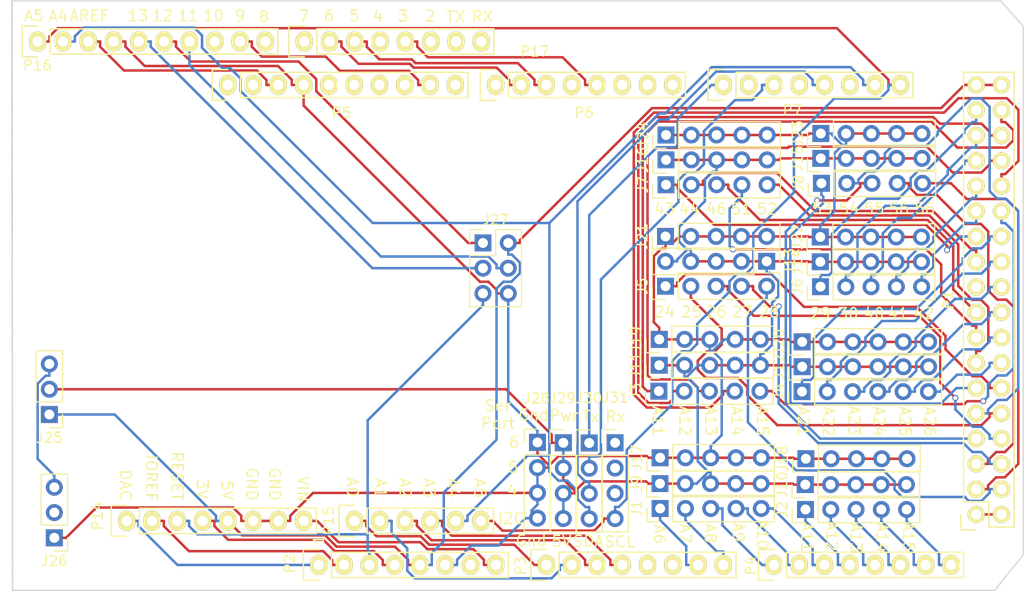
<source format=kicad_pcb>
(kicad_pcb (version 4) (host pcbnew 4.0.6)
  (title_block (date "mar. 31 mars 2015"))
  (layers (0 F.Cu signal) (31 B.Cu signal) (34 B.Paste user) (35 F.Paste user) (36 B.SilkS user) (37 F.SilkS user) (38 B.Mask user) (39 F.Mask user) (44 Edge.Cuts user))
  (net 0 "")
  (net 1 GND)
  (net 2 /46)
  (net 3 /44)
  (net 4 /45)
  (net 5 /42)
  (net 6 /43)
  (net 7 /40)
  (net 8 /41)
  (net 9 /30)
  (net 10 /28)
  (net 11 /29)
  (net 12 /26)
  (net 13 /27)
  (net 14 /24)
  (net 15 /25)
  (net 16 +5V)
  (net 17 /IOREF)
  (net 18 /Reset)
  (net 19 /Vin)
  (net 20 /A0)
  (net 21 /A1)
  (net 22 /A2)
  (net 23 /A3)
  (net 24 /A4)
  (net 25 /A5)
  (net 26 /A6)
  (net 27 /A7)
  (net 28 /A8)
  (net 29 /A9)
  (net 30 /A10)
  (net 31 /A11)
  (net 32 /A12)
  (net 33 /A13)
  (net 34 /A14)
  (net 35 /A15)
  (net 36 /SDA)
  (net 37 /AREF)
  (net 38 "/13(**)")
  (net 39 "/12(**)")
  (net 40 "/11(**)")
  (net 41 "/10(**)")
  (net 42 "/9(**)")
  (net 43 "/8(**)")
  (net 44 "/7(**)")
  (net 45 "/6(**)")
  (net 46 "/5(**)")
  (net 47 "/4(**)")
  (net 48 "/3(**)")
  (net 49 "/2(**)")
  (net 50 +3V3)
  (net 51 "/1(Tx0)")
  (net 52 "/0(Rx0)")
  (net 53 "Net-(P1-Pad1)")
  (net 54 "Net-(P14-Pad1)")
  (net 55 "/A4(SDA)")
  (net 56 "/A5(SCL)")
  (net 57 "/13(SCK)")
  (net 58 "/12(MISO)")
  (net 59 "/11(**/MOSI)")
  (net 60 "/10(**/SS)")
  (net 61 /8)
  (net 62 /7)
  (net 63 /4)
  (net 64 /2)
  (net 65 "/1(Tx)")
  (net 66 "/0(Rx)")
  (net 67 /A16)
  (net 68 /A17)
  (net 69 /A18)
  (net 70 /A19)
  (net 71 /A20)
  (net 72 /A21)
  (net 73 /A22)
  (net 74 /A24)
  (net 75 /A25)
  (net 76 /A26)
  (net 77 /51)
  (net 78 /52)
  (net 79 /53)
  (net 80 /54)
  (net 81 /55)
  (net 82 /56)
  (net 83 /57)
  (net 84 /A23)
  (net 85 /SCL)
  (net 86 "/48(TX6)")
  (net 87 "/47(RX6)")
  (net 88 "/A14(TX5)")
  (net 89 "/A15(RX5)")
  (net 90 "/A13(TX4)")
  (net 91 "/A12(RX4)")
  (net 92 "Net-(J25-Pad3)")
  (net 93 "Net-(J26-Pad2)")
  (net 94 "Net-(P2-Pad7)")
  (net 95 "Net-(J31-Pad1)")
  (net 96 "Net-(J31-Pad2)")
  (net 97 "Net-(J31-Pad3)")
  (net 98 "Net-(J10-Pad1)")
  (module Socket_Arduino_Mega:Socket_Strip_Arduino_2x18 (layer F.Cu) (at 197.358 114.046 90)
    (fp_text reference P1 (at 21.59 -2.794 90) (layer F.SilkS))
    (fp_text value Digital)
    (pad 1 thru_hole circle (at 0 0 90) (size 1.7272 1.7272) (drill 1.016) (layers *.Cu *.Mask F.SilkS) (net 53 "Net-(P1-Pad1)"))
    (pad 2 thru_hole oval (at 0 2.54 90) (size 1.7272 1.7272) (drill 1.016) (layers *.Cu *.Mask F.SilkS) (net 53 "Net-(P1-Pad1)"))
    (pad 3 thru_hole oval (at 2.54 0 90) (size 1.7272 1.7272) (drill 1.016) (layers *.Cu *.Mask F.SilkS) (net 83 /57))
    (pad 4 thru_hole oval (at 2.54 2.54 90) (size 1.7272 1.7272) (drill 1.016) (layers *.Cu *.Mask F.SilkS) (net 10 /28))
    (pad 5 thru_hole oval (at 5.08 0 90) (size 1.7272 1.7272) (drill 1.016) (layers *.Cu *.Mask F.SilkS) (net 82 /56))
    (pad 6 thru_hole oval (at 5.08 2.54 90) (size 1.7272 1.7272) (drill 1.016) (layers *.Cu *.Mask F.SilkS) (net 13 /27))
    (pad 7 thru_hole oval (at 7.62 0 90) (size 1.7272 1.7272) (drill 1.016) (layers *.Cu *.Mask F.SilkS) (net 81 /55))
    (pad 8 thru_hole oval (at 7.62 2.54 90) (size 1.7272 1.7272) (drill 1.016) (layers *.Cu *.Mask F.SilkS) (net 12 /26))
    (pad 9 thru_hole oval (at 10.16 0 90) (size 1.7272 1.7272) (drill 1.016) (layers *.Cu *.Mask F.SilkS) (net 80 /54))
    (pad 10 thru_hole oval (at 10.16 2.54 90) (size 1.7272 1.7272) (drill 1.016) (layers *.Cu *.Mask F.SilkS) (net 15 /25))
    (pad 11 thru_hole oval (at 12.7 0 90) (size 1.7272 1.7272) (drill 1.016) (layers *.Cu *.Mask F.SilkS) (net 79 /53))
    (pad 12 thru_hole oval (at 12.7 2.54 90) (size 1.7272 1.7272) (drill 1.016) (layers *.Cu *.Mask F.SilkS) (net 14 /24))
    (pad 13 thru_hole oval (at 15.24 0 90) (size 1.7272 1.7272) (drill 1.016) (layers *.Cu *.Mask F.SilkS) (net 78 /52))
    (pad 14 thru_hole oval (at 15.24 2.54 90) (size 1.7272 1.7272) (drill 1.016) (layers *.Cu *.Mask F.SilkS) (net 76 /A26))
    (pad 15 thru_hole oval (at 17.78 0 90) (size 1.7272 1.7272) (drill 1.016) (layers *.Cu *.Mask F.SilkS) (net 77 /51))
    (pad 16 thru_hole oval (at 17.78 2.54 90) (size 1.7272 1.7272) (drill 1.016) (layers *.Cu *.Mask F.SilkS) (net 75 /A25))
    (pad 17 thru_hole oval (at 20.32 0 90) (size 1.7272 1.7272) (drill 1.016) (layers *.Cu *.Mask F.SilkS) (net 2 /46))
    (pad 18 thru_hole oval (at 20.32 2.54 90) (size 1.7272 1.7272) (drill 1.016) (layers *.Cu *.Mask F.SilkS) (net 74 /A24))
    (pad 19 thru_hole oval (at 22.86 0 90) (size 1.7272 1.7272) (drill 1.016) (layers *.Cu *.Mask F.SilkS) (net 4 /45))
    (pad 20 thru_hole oval (at 22.86 2.54 90) (size 1.7272 1.7272) (drill 1.016) (layers *.Cu *.Mask F.SilkS) (net 84 /A23))
    (pad 21 thru_hole oval (at 25.4 0 90) (size 1.7272 1.7272) (drill 1.016) (layers *.Cu *.Mask F.SilkS) (net 3 /44))
    (pad 22 thru_hole oval (at 25.4 2.54 90) (size 1.7272 1.7272) (drill 1.016) (layers *.Cu *.Mask F.SilkS) (net 73 /A22))
    (pad 23 thru_hole oval (at 27.94 0 90) (size 1.7272 1.7272) (drill 1.016) (layers *.Cu *.Mask F.SilkS) (net 6 /43))
    (pad 24 thru_hole oval (at 27.94 2.54 90) (size 1.7272 1.7272) (drill 1.016) (layers *.Cu *.Mask F.SilkS) (net 72 /A21))
    (pad 25 thru_hole oval (at 30.48 0 90) (size 1.7272 1.7272) (drill 1.016) (layers *.Cu *.Mask F.SilkS) (net 5 /42))
    (pad 26 thru_hole oval (at 30.48 2.54 90) (size 1.7272 1.7272) (drill 1.016) (layers *.Cu *.Mask F.SilkS) (net 71 /A20))
    (pad 27 thru_hole oval (at 33.02 0 90) (size 1.7272 1.7272) (drill 1.016) (layers *.Cu *.Mask F.SilkS) (net 8 /41))
    (pad 28 thru_hole oval (at 33.02 2.54 90) (size 1.7272 1.7272) (drill 1.016) (layers *.Cu *.Mask F.SilkS) (net 70 /A19))
    (pad 29 thru_hole oval (at 35.56 0 90) (size 1.7272 1.7272) (drill 1.016) (layers *.Cu *.Mask F.SilkS) (net 7 /40))
    (pad 30 thru_hole oval (at 35.56 2.54 90) (size 1.7272 1.7272) (drill 1.016) (layers *.Cu *.Mask F.SilkS) (net 69 /A18))
    (pad 31 thru_hole oval (at 38.1 0 90) (size 1.7272 1.7272) (drill 1.016) (layers *.Cu *.Mask F.SilkS) (net 9 /30))
    (pad 32 thru_hole oval (at 38.1 2.54 90) (size 1.7272 1.7272) (drill 1.016) (layers *.Cu *.Mask F.SilkS) (net 68 /A17))
    (pad 33 thru_hole oval (at 40.64 0 90) (size 1.7272 1.7272) (drill 1.016) (layers *.Cu *.Mask F.SilkS) (net 11 /29))
    (pad 34 thru_hole oval (at 40.64 2.54 90) (size 1.7272 1.7272) (drill 1.016) (layers *.Cu *.Mask F.SilkS) (net 67 /A16))
    (pad 35 thru_hole oval (at 43.18 0 90) (size 1.7272 1.7272) (drill 1.016) (layers *.Cu *.Mask F.SilkS) (net 16 +5V))
    (pad 36 thru_hole oval (at 43.18 2.54 90) (size 1.7272 1.7272) (drill 1.016) (layers *.Cu *.Mask F.SilkS) (net 16 +5V))
  )
  (module Socket_Arduino_Mega:Socket_Strip_Arduino_1x08 (layer F.Cu) (at 131.318 119.126)
    (fp_text reference P2 (at -2.918 -0.126 90) (layer F.SilkS))
    (fp_text value Power)
    (pad 1 thru_hole oval (at 0 0) (size 1.7272 2.032) (drill 1.016) (layers *.Cu *.Mask F.SilkS) (net 54 "Net-(P14-Pad1)"))
    (pad 2 thru_hole oval (at 2.54 0) (size 1.7272 2.032) (drill 1.016) (layers *.Cu *.Mask F.SilkS) (net 17 /IOREF))
    (pad 3 thru_hole oval (at 5.08 0) (size 1.7272 2.032) (drill 1.016) (layers *.Cu *.Mask F.SilkS) (net 18 /Reset))
    (pad 4 thru_hole oval (at 7.62 0) (size 1.7272 2.032) (drill 1.016) (layers *.Cu *.Mask F.SilkS) (net 50 +3V3))
    (pad 5 thru_hole oval (at 10.16 0) (size 1.7272 2.032) (drill 1.016) (layers *.Cu *.Mask F.SilkS) (net 16 +5V))
    (pad 6 thru_hole oval (at 12.7 0) (size 1.7272 2.032) (drill 1.016) (layers *.Cu *.Mask F.SilkS) (net 1 GND))
    (pad 7 thru_hole oval (at 15.24 0) (size 1.7272 2.032) (drill 1.016) (layers *.Cu *.Mask F.SilkS) (net 94 "Net-(P2-Pad7)"))
    (pad 8 thru_hole oval (at 17.78 0) (size 1.7272 2.032) (drill 1.016) (layers *.Cu *.Mask F.SilkS) (net 19 /Vin))
  )
  (module Socket_Arduino_Mega:Socket_Strip_Arduino_1x08 (layer F.Cu) (at 154.178 119.126)
    (fp_text reference P3 (at -2.578 0.074 90) (layer F.SilkS))
    (fp_text value Analog)
    (pad 1 thru_hole oval (at 0 0) (size 1.7272 2.032) (drill 1.016) (layers *.Cu *.Mask F.SilkS) (net 20 /A0))
    (pad 2 thru_hole oval (at 2.54 0) (size 1.7272 2.032) (drill 1.016) (layers *.Cu *.Mask F.SilkS) (net 21 /A1))
    (pad 3 thru_hole oval (at 5.08 0) (size 1.7272 2.032) (drill 1.016) (layers *.Cu *.Mask F.SilkS) (net 22 /A2))
    (pad 4 thru_hole oval (at 7.62 0) (size 1.7272 2.032) (drill 1.016) (layers *.Cu *.Mask F.SilkS) (net 23 /A3))
    (pad 5 thru_hole oval (at 10.16 0) (size 1.7272 2.032) (drill 1.016) (layers *.Cu *.Mask F.SilkS) (net 24 /A4))
    (pad 6 thru_hole oval (at 12.7 0) (size 1.7272 2.032) (drill 1.016) (layers *.Cu *.Mask F.SilkS) (net 25 /A5))
    (pad 7 thru_hole oval (at 15.24 0) (size 1.7272 2.032) (drill 1.016) (layers *.Cu *.Mask F.SilkS) (net 26 /A6))
    (pad 8 thru_hole oval (at 17.78 0) (size 1.7272 2.032) (drill 1.016) (layers *.Cu *.Mask F.SilkS) (net 27 /A7))
  )
  (module Socket_Arduino_Mega:Socket_Strip_Arduino_1x08 (layer F.Cu) (at 177.038 119.126)
    (fp_text reference P4 (at -2.338 0.074 90) (layer F.SilkS))
    (fp_text value Analog)
    (pad 1 thru_hole oval (at 0 0) (size 1.7272 2.032) (drill 1.016) (layers *.Cu *.Mask F.SilkS) (net 28 /A8))
    (pad 2 thru_hole oval (at 2.54 0) (size 1.7272 2.032) (drill 1.016) (layers *.Cu *.Mask F.SilkS) (net 29 /A9))
    (pad 3 thru_hole oval (at 5.08 0) (size 1.7272 2.032) (drill 1.016) (layers *.Cu *.Mask F.SilkS) (net 30 /A10))
    (pad 4 thru_hole oval (at 7.62 0) (size 1.7272 2.032) (drill 1.016) (layers *.Cu *.Mask F.SilkS) (net 31 /A11))
    (pad 5 thru_hole oval (at 10.16 0) (size 1.7272 2.032) (drill 1.016) (layers *.Cu *.Mask F.SilkS) (net 32 /A12))
    (pad 6 thru_hole oval (at 12.7 0) (size 1.7272 2.032) (drill 1.016) (layers *.Cu *.Mask F.SilkS) (net 33 /A13))
    (pad 7 thru_hole oval (at 15.24 0) (size 1.7272 2.032) (drill 1.016) (layers *.Cu *.Mask F.SilkS) (net 34 /A14))
    (pad 8 thru_hole oval (at 17.78 0) (size 1.7272 2.032) (drill 1.016) (layers *.Cu *.Mask F.SilkS) (net 35 /A15))
  )
  (module Socket_Arduino_Mega:Socket_Strip_Arduino_1x10 (layer F.Cu) (at 122.174 70.866)
    (fp_text reference P5 (at 11.43 2.794) (layer F.SilkS))
    (fp_text value PWM)
    (pad 1 thru_hole oval (at 0 0) (size 1.7272 2.032) (drill 1.016) (layers *.Cu *.Mask F.SilkS) (net 85 /SCL))
    (pad 2 thru_hole oval (at 2.54 0) (size 1.7272 2.032) (drill 1.016) (layers *.Cu *.Mask F.SilkS) (net 36 /SDA))
    (pad 3 thru_hole oval (at 5.08 0) (size 1.7272 2.032) (drill 1.016) (layers *.Cu *.Mask F.SilkS) (net 37 /AREF))
    (pad 4 thru_hole oval (at 7.62 0) (size 1.7272 2.032) (drill 1.016) (layers *.Cu *.Mask F.SilkS) (net 1 GND))
    (pad 5 thru_hole oval (at 10.16 0) (size 1.7272 2.032) (drill 1.016) (layers *.Cu *.Mask F.SilkS) (net 38 "/13(**)"))
    (pad 6 thru_hole oval (at 12.7 0) (size 1.7272 2.032) (drill 1.016) (layers *.Cu *.Mask F.SilkS) (net 39 "/12(**)"))
    (pad 7 thru_hole oval (at 15.24 0) (size 1.7272 2.032) (drill 1.016) (layers *.Cu *.Mask F.SilkS) (net 40 "/11(**)"))
    (pad 8 thru_hole oval (at 17.78 0) (size 1.7272 2.032) (drill 1.016) (layers *.Cu *.Mask F.SilkS) (net 41 "/10(**)"))
    (pad 9 thru_hole oval (at 20.32 0) (size 1.7272 2.032) (drill 1.016) (layers *.Cu *.Mask F.SilkS) (net 42 "/9(**)"))
    (pad 10 thru_hole oval (at 22.86 0) (size 1.7272 2.032) (drill 1.016) (layers *.Cu *.Mask F.SilkS) (net 43 "/8(**)"))
  )
  (module Socket_Arduino_Mega:Socket_Strip_Arduino_1x08 (layer F.Cu) (at 149.098 70.866)
    (fp_text reference P6 (at 8.89 2.794) (layer F.SilkS))
    (fp_text value PWM)
    (pad 1 thru_hole oval (at 0 0) (size 1.7272 2.032) (drill 1.016) (layers *.Cu *.Mask F.SilkS) (net 44 "/7(**)"))
    (pad 2 thru_hole oval (at 2.54 0) (size 1.7272 2.032) (drill 1.016) (layers *.Cu *.Mask F.SilkS) (net 45 "/6(**)"))
    (pad 3 thru_hole oval (at 5.08 0) (size 1.7272 2.032) (drill 1.016) (layers *.Cu *.Mask F.SilkS) (net 46 "/5(**)"))
    (pad 4 thru_hole oval (at 7.62 0) (size 1.7272 2.032) (drill 1.016) (layers *.Cu *.Mask F.SilkS) (net 47 "/4(**)"))
    (pad 5 thru_hole oval (at 10.16 0) (size 1.7272 2.032) (drill 1.016) (layers *.Cu *.Mask F.SilkS) (net 48 "/3(**)"))
    (pad 6 thru_hole oval (at 12.7 0) (size 1.7272 2.032) (drill 1.016) (layers *.Cu *.Mask F.SilkS) (net 49 "/2(**)"))
    (pad 7 thru_hole oval (at 15.24 0) (size 1.7272 2.032) (drill 1.016) (layers *.Cu *.Mask F.SilkS) (net 51 "/1(Tx0)"))
    (pad 8 thru_hole oval (at 17.78 0) (size 1.7272 2.032) (drill 1.016) (layers *.Cu *.Mask F.SilkS) (net 52 "/0(Rx0)"))
  )
  (module Socket_Arduino_Mega:Socket_Strip_Arduino_1x08 (layer F.Cu) (at 171.958 70.866)
    (fp_text reference P7 (at 6.942 2.534) (layer F.SilkS))
    (fp_text value Communication)
    (pad 1 thru_hole oval (at 0 0) (size 1.7272 2.032) (drill 1.016) (layers *.Cu *.Mask F.SilkS) (net 86 "/48(TX6)"))
    (pad 2 thru_hole oval (at 2.54 0) (size 1.7272 2.032) (drill 1.016) (layers *.Cu *.Mask F.SilkS) (net 87 "/47(RX6)"))
    (pad 3 thru_hole oval (at 5.08 0) (size 1.7272 2.032) (drill 1.016) (layers *.Cu *.Mask F.SilkS) (net 88 "/A14(TX5)"))
    (pad 4 thru_hole oval (at 7.62 0) (size 1.7272 2.032) (drill 1.016) (layers *.Cu *.Mask F.SilkS) (net 89 "/A15(RX5)"))
    (pad 5 thru_hole oval (at 10.16 0) (size 1.7272 2.032) (drill 1.016) (layers *.Cu *.Mask F.SilkS) (net 90 "/A13(TX4)"))
    (pad 6 thru_hole oval (at 12.7 0) (size 1.7272 2.032) (drill 1.016) (layers *.Cu *.Mask F.SilkS) (net 91 "/A12(RX4)"))
    (pad 7 thru_hole oval (at 15.24 0) (size 1.7272 2.032) (drill 1.016) (layers *.Cu *.Mask F.SilkS) (net 55 "/A4(SDA)"))
    (pad 8 thru_hole oval (at 17.78 0) (size 1.7272 2.032) (drill 1.016) (layers *.Cu *.Mask F.SilkS) (net 56 "/A5(SCL)"))
  )
  (module Socket_Arduino_Uno:Socket_Strip_Arduino_1x08 (layer F.Cu) (at 112.02 114.7)
    (fp_text reference P14 (at -2.92 -0.5 90) (layer F.SilkS))
    (fp_text value Power)
    (pad 1 thru_hole oval (at 0 0) (size 1.7272 2.032) (drill 1.016) (layers *.Cu *.Mask F.SilkS) (net 54 "Net-(P14-Pad1)"))
    (pad 2 thru_hole oval (at 2.54 0) (size 1.7272 2.032) (drill 1.016) (layers *.Cu *.Mask F.SilkS) (net 17 /IOREF))
    (pad 3 thru_hole oval (at 5.08 0) (size 1.7272 2.032) (drill 1.016) (layers *.Cu *.Mask F.SilkS) (net 18 /Reset))
    (pad 4 thru_hole oval (at 7.62 0) (size 1.7272 2.032) (drill 1.016) (layers *.Cu *.Mask F.SilkS) (net 50 +3V3))
    (pad 5 thru_hole oval (at 10.16 0) (size 1.7272 2.032) (drill 1.016) (layers *.Cu *.Mask F.SilkS) (net 16 +5V))
    (pad 6 thru_hole oval (at 12.7 0) (size 1.7272 2.032) (drill 1.016) (layers *.Cu *.Mask F.SilkS) (net 1 GND))
    (pad 7 thru_hole oval (at 15.24 0) (size 1.7272 2.032) (drill 1.016) (layers *.Cu *.Mask F.SilkS) (net 1 GND))
    (pad 8 thru_hole oval (at 17.78 0) (size 1.7272 2.032) (drill 1.016) (layers *.Cu *.Mask F.SilkS) (net 19 /Vin))
  )
  (module Socket_Arduino_Uno:Socket_Strip_Arduino_1x06 (layer F.Cu) (at 134.9 114.7)
    (fp_text reference P15 (at -2.6 0 90) (layer F.SilkS))
    (fp_text value Analog)
    (pad 1 thru_hole oval (at 0 0) (size 1.7272 2.032) (drill 1.016) (layers *.Cu *.Mask F.SilkS) (net 20 /A0))
    (pad 2 thru_hole oval (at 2.54 0) (size 1.7272 2.032) (drill 1.016) (layers *.Cu *.Mask F.SilkS) (net 21 /A1))
    (pad 3 thru_hole oval (at 5.08 0) (size 1.7272 2.032) (drill 1.016) (layers *.Cu *.Mask F.SilkS) (net 22 /A2))
    (pad 4 thru_hole oval (at 7.62 0) (size 1.7272 2.032) (drill 1.016) (layers *.Cu *.Mask F.SilkS) (net 23 /A3))
    (pad 5 thru_hole oval (at 10.16 0) (size 1.7272 2.032) (drill 1.016) (layers *.Cu *.Mask F.SilkS) (net 55 "/A4(SDA)"))
    (pad 6 thru_hole oval (at 12.7 0) (size 1.7272 2.032) (drill 1.016) (layers *.Cu *.Mask F.SilkS) (net 56 "/A5(SCL)"))
  )
  (module Socket_Arduino_Uno:Socket_Strip_Arduino_1x10 (layer F.Cu) (at 103.08 66.5)
    (fp_text reference P16 (at -0.03 2.4) (layer F.SilkS))
    (fp_text value Digital)
    (pad 1 thru_hole oval (at 0 0) (size 1.7272 2.032) (drill 1.016) (layers *.Cu *.Mask F.SilkS) (net 56 "/A5(SCL)"))
    (pad 2 thru_hole oval (at 2.54 0) (size 1.7272 2.032) (drill 1.016) (layers *.Cu *.Mask F.SilkS) (net 55 "/A4(SDA)"))
    (pad 3 thru_hole oval (at 5.08 0) (size 1.7272 2.032) (drill 1.016) (layers *.Cu *.Mask F.SilkS) (net 37 /AREF))
    (pad 4 thru_hole oval (at 7.62 0) (size 1.7272 2.032) (drill 1.016) (layers *.Cu *.Mask F.SilkS) (net 1 GND))
    (pad 5 thru_hole oval (at 10.16 0) (size 1.7272 2.032) (drill 1.016) (layers *.Cu *.Mask F.SilkS) (net 57 "/13(SCK)"))
    (pad 6 thru_hole oval (at 12.7 0) (size 1.7272 2.032) (drill 1.016) (layers *.Cu *.Mask F.SilkS) (net 58 "/12(MISO)"))
    (pad 7 thru_hole oval (at 15.24 0) (size 1.7272 2.032) (drill 1.016) (layers *.Cu *.Mask F.SilkS) (net 59 "/11(**/MOSI)"))
    (pad 8 thru_hole oval (at 17.78 0) (size 1.7272 2.032) (drill 1.016) (layers *.Cu *.Mask F.SilkS) (net 60 "/10(**/SS)"))
    (pad 9 thru_hole oval (at 20.32 0) (size 1.7272 2.032) (drill 1.016) (layers *.Cu *.Mask F.SilkS) (net 42 "/9(**)"))
    (pad 10 thru_hole oval (at 22.86 0) (size 1.7272 2.032) (drill 1.016) (layers *.Cu *.Mask F.SilkS) (net 61 /8))
  )
  (module Socket_Arduino_Uno:Socket_Strip_Arduino_1x08 (layer F.Cu) (at 129.86 66.5)
    (fp_text reference P17 (at 23.14 1) (layer F.SilkS))
    (fp_text value Digital)
    (pad 1 thru_hole oval (at 0 0) (size 1.7272 2.032) (drill 1.016) (layers *.Cu *.Mask F.SilkS) (net 62 /7))
    (pad 2 thru_hole oval (at 2.54 0) (size 1.7272 2.032) (drill 1.016) (layers *.Cu *.Mask F.SilkS) (net 45 "/6(**)"))
    (pad 3 thru_hole oval (at 5.08 0) (size 1.7272 2.032) (drill 1.016) (layers *.Cu *.Mask F.SilkS) (net 46 "/5(**)"))
    (pad 4 thru_hole oval (at 7.62 0) (size 1.7272 2.032) (drill 1.016) (layers *.Cu *.Mask F.SilkS) (net 63 /4))
    (pad 5 thru_hole oval (at 10.16 0) (size 1.7272 2.032) (drill 1.016) (layers *.Cu *.Mask F.SilkS) (net 48 "/3(**)"))
    (pad 6 thru_hole oval (at 12.7 0) (size 1.7272 2.032) (drill 1.016) (layers *.Cu *.Mask F.SilkS) (net 64 /2))
    (pad 7 thru_hole oval (at 15.24 0) (size 1.7272 2.032) (drill 1.016) (layers *.Cu *.Mask F.SilkS) (net 65 "/1(Tx)"))
    (pad 8 thru_hole oval (at 17.78 0) (size 1.7272 2.032) (drill 1.016) (layers *.Cu *.Mask F.SilkS) (net 66 "/0(Rx)"))
  )
  (module Pin_Headers:Pin_Header_Straight_1x05_Pitch2.54mm (layer F.Cu) (at 165.61 113.45 90)
    (fp_text reference J1 (at 0 -2.33 90) (layer F.SilkS))
    (fp_text value CONN_01X05)
    (pad 1 thru_hole rect (at 0 0 90) (size 1.7 1.7) (drill 1) (layers *.Cu *.Mask) (net 26 /A6))
    (pad 2 thru_hole oval (at 0 2.54 90) (size 1.7 1.7) (drill 1) (layers *.Cu *.Mask) (net 27 /A7))
    (pad 3 thru_hole oval (at 0 5.08 90) (size 1.7 1.7) (drill 1) (layers *.Cu *.Mask) (net 28 /A8))
    (pad 4 thru_hole oval (at 0 7.62 90) (size 1.7 1.7) (drill 1) (layers *.Cu *.Mask) (net 29 /A9))
    (pad 5 thru_hole oval (at 0 10.16 90) (size 1.7 1.7) (drill 1) (layers *.Cu *.Mask) (net 30 /A10))
  )
  (module Pin_Headers:Pin_Header_Straight_1x05_Pitch2.54mm (layer F.Cu) (at 180.21 113.55 90)
    (fp_text reference J2 (at 0 -2.33 90) (layer F.SilkS))
    (fp_text value CONN_01X05)
    (pad 1 thru_hole rect (at 0 0 90) (size 1.7 1.7) (drill 1) (layers *.Cu *.Mask) (net 31 /A11))
    (pad 2 thru_hole oval (at 0 2.54 90) (size 1.7 1.7) (drill 1) (layers *.Cu *.Mask) (net 32 /A12))
    (pad 3 thru_hole oval (at 0 5.08 90) (size 1.7 1.7) (drill 1) (layers *.Cu *.Mask) (net 33 /A13))
    (pad 4 thru_hole oval (at 0 7.62 90) (size 1.7 1.7) (drill 1) (layers *.Cu *.Mask) (net 34 /A14))
    (pad 5 thru_hole oval (at 0 10.16 90) (size 1.7 1.7) (drill 1) (layers *.Cu *.Mask) (net 35 /A15))
  )
  (module Pin_Headers:Pin_Header_Straight_1x05_Pitch2.54mm (layer F.Cu) (at 165.48 101.65 90)
    (fp_text reference J3 (at 0 -2.33 90) (layer F.SilkS))
    (fp_text value CONN_01X05)
    (pad 1 thru_hole rect (at 0 0 90) (size 1.7 1.7) (drill 1) (layers *.Cu *.Mask) (net 67 /A16))
    (pad 2 thru_hole oval (at 0 2.54 90) (size 1.7 1.7) (drill 1) (layers *.Cu *.Mask) (net 68 /A17))
    (pad 3 thru_hole oval (at 0 5.08 90) (size 1.7 1.7) (drill 1) (layers *.Cu *.Mask) (net 69 /A18))
    (pad 4 thru_hole oval (at 0 7.62 90) (size 1.7 1.7) (drill 1) (layers *.Cu *.Mask) (net 70 /A19))
    (pad 5 thru_hole oval (at 0 10.16 90) (size 1.7 1.7) (drill 1) (layers *.Cu *.Mask) (net 71 /A20))
  )
  (module Pin_Headers:Pin_Header_Straight_1x06_Pitch2.54mm (layer F.Cu) (at 179.86 101.7 90)
    (fp_text reference J4 (at 0 -2.33 90) (layer F.SilkS))
    (fp_text value CONN_01X06)
    (pad 1 thru_hole rect (at 0 0 90) (size 1.7 1.7) (drill 1) (layers *.Cu *.Mask) (net 72 /A21))
    (pad 2 thru_hole oval (at 0 2.54 90) (size 1.7 1.7) (drill 1) (layers *.Cu *.Mask) (net 73 /A22))
    (pad 3 thru_hole oval (at 0 5.08 90) (size 1.7 1.7) (drill 1) (layers *.Cu *.Mask) (net 84 /A23))
    (pad 4 thru_hole oval (at 0 7.62 90) (size 1.7 1.7) (drill 1) (layers *.Cu *.Mask) (net 74 /A24))
    (pad 5 thru_hole oval (at 0 10.16 90) (size 1.7 1.7) (drill 1) (layers *.Cu *.Mask) (net 75 /A25))
    (pad 6 thru_hole oval (at 0 12.7 90) (size 1.7 1.7) (drill 1) (layers *.Cu *.Mask) (net 76 /A26))
  )
  (module Pin_Headers:Pin_Header_Straight_1x05_Pitch2.54mm (layer F.Cu) (at 166.15 91.1 90)
    (fp_text reference J5 (at 0 -2.33 90) (layer F.SilkS))
    (fp_text value CONN_01X05)
    (pad 1 thru_hole rect (at 0 0 90) (size 1.7 1.7) (drill 1) (layers *.Cu *.Mask) (net 14 /24))
    (pad 2 thru_hole oval (at 0 2.54 90) (size 1.7 1.7) (drill 1) (layers *.Cu *.Mask) (net 15 /25))
    (pad 3 thru_hole oval (at 0 5.08 90) (size 1.7 1.7) (drill 1) (layers *.Cu *.Mask) (net 12 /26))
    (pad 4 thru_hole oval (at 0 7.62 90) (size 1.7 1.7) (drill 1) (layers *.Cu *.Mask) (net 13 /27))
    (pad 5 thru_hole oval (at 0 10.16 90) (size 1.7 1.7) (drill 1) (layers *.Cu *.Mask) (net 10 /28))
  )
  (module Pin_Headers:Pin_Header_Straight_1x05_Pitch2.54mm (layer F.Cu) (at 181.72 91.15 90)
    (fp_text reference J6 (at 0 -2.33 90) (layer F.SilkS))
    (fp_text value CONN_01X05)
    (pad 1 thru_hole rect (at 0 0 90) (size 1.7 1.7) (drill 1) (layers *.Cu *.Mask) (net 11 /29))
    (pad 2 thru_hole oval (at 0 2.54 90) (size 1.7 1.7) (drill 1) (layers *.Cu *.Mask) (net 9 /30))
    (pad 3 thru_hole oval (at 0 5.08 90) (size 1.7 1.7) (drill 1) (layers *.Cu *.Mask) (net 7 /40))
    (pad 4 thru_hole oval (at 0 7.62 90) (size 1.7 1.7) (drill 1) (layers *.Cu *.Mask) (net 8 /41))
    (pad 5 thru_hole oval (at 0 10.16 90) (size 1.7 1.7) (drill 1) (layers *.Cu *.Mask) (net 5 /42))
  )
  (module Pin_Headers:Pin_Header_Straight_1x05_Pitch2.54mm (layer F.Cu) (at 166.2 80.9 90)
    (fp_text reference J7 (at 0 -2.33 90) (layer F.SilkS))
    (fp_text value CONN_01X05)
    (pad 1 thru_hole rect (at 0 0 90) (size 1.7 1.7) (drill 1) (layers *.Cu *.Mask) (net 6 /43))
    (pad 2 thru_hole oval (at 0 2.54 90) (size 1.7 1.7) (drill 1) (layers *.Cu *.Mask) (net 3 /44))
    (pad 3 thru_hole oval (at 0 5.08 90) (size 1.7 1.7) (drill 1) (layers *.Cu *.Mask) (net 2 /46))
    (pad 4 thru_hole oval (at 0 7.62 90) (size 1.7 1.7) (drill 1) (layers *.Cu *.Mask) (net 77 /51))
    (pad 5 thru_hole oval (at 0 10.16 90) (size 1.7 1.7) (drill 1) (layers *.Cu *.Mask) (net 78 /52))
  )
  (module Pin_Headers:Pin_Header_Straight_1x05_Pitch2.54mm (layer F.Cu) (at 181.81 80.75 90)
    (fp_text reference J8 (at 0 -2.33 90) (layer F.SilkS))
    (fp_text value CONN_01X05)
    (pad 1 thru_hole rect (at 0 0 90) (size 1.7 1.7) (drill 1) (layers *.Cu *.Mask) (net 79 /53))
    (pad 2 thru_hole oval (at 0 2.54 90) (size 1.7 1.7) (drill 1) (layers *.Cu *.Mask) (net 80 /54))
    (pad 3 thru_hole oval (at 0 5.08 90) (size 1.7 1.7) (drill 1) (layers *.Cu *.Mask) (net 81 /55))
    (pad 4 thru_hole oval (at 0 7.62 90) (size 1.7 1.7) (drill 1) (layers *.Cu *.Mask) (net 82 /56))
    (pad 5 thru_hole oval (at 0 10.16 90) (size 1.7 1.7) (drill 1) (layers *.Cu *.Mask) (net 83 /57))
  )
  (module Pin_Headers:Pin_Header_Straight_1x05_Pitch2.54mm (layer F.Cu) (at 165.59 110.95 90)
    (fp_text reference J9 (at 0 -2.33 90) (layer F.SilkS))
    (fp_text value CONN_01X05)
    (pad 1 thru_hole rect (at 0 0 90) (size 1.7 1.7) (drill 1) (layers *.Cu *.Mask) (net 98 "Net-(J10-Pad1)"))
    (pad 2 thru_hole oval (at 0 2.54 90) (size 1.7 1.7) (drill 1) (layers *.Cu *.Mask) (net 98 "Net-(J10-Pad1)"))
    (pad 3 thru_hole oval (at 0 5.08 90) (size 1.7 1.7) (drill 1) (layers *.Cu *.Mask) (net 98 "Net-(J10-Pad1)"))
    (pad 4 thru_hole oval (at 0 7.62 90) (size 1.7 1.7) (drill 1) (layers *.Cu *.Mask) (net 98 "Net-(J10-Pad1)"))
    (pad 5 thru_hole oval (at 0 10.16 90) (size 1.7 1.7) (drill 1) (layers *.Cu *.Mask) (net 98 "Net-(J10-Pad1)"))
  )
  (module Pin_Headers:Pin_Header_Straight_1x05_Pitch2.54mm (layer F.Cu) (at 180.19 111.05 90)
    (fp_text reference J10 (at 0 -2.33 90) (layer F.SilkS))
    (fp_text value CONN_01X05)
    (pad 1 thru_hole rect (at 0 0 90) (size 1.7 1.7) (drill 1) (layers *.Cu *.Mask) (net 98 "Net-(J10-Pad1)"))
    (pad 2 thru_hole oval (at 0 2.54 90) (size 1.7 1.7) (drill 1) (layers *.Cu *.Mask) (net 98 "Net-(J10-Pad1)"))
    (pad 3 thru_hole oval (at 0 5.08 90) (size 1.7 1.7) (drill 1) (layers *.Cu *.Mask) (net 98 "Net-(J10-Pad1)"))
    (pad 4 thru_hole oval (at 0 7.62 90) (size 1.7 1.7) (drill 1) (layers *.Cu *.Mask) (net 98 "Net-(J10-Pad1)"))
    (pad 5 thru_hole oval (at 0 10.16 90) (size 1.7 1.7) (drill 1) (layers *.Cu *.Mask) (net 98 "Net-(J10-Pad1)"))
  )
  (module Pin_Headers:Pin_Header_Straight_1x05_Pitch2.54mm (layer F.Cu) (at 165.52 99.05 90)
    (fp_text reference J11 (at 0 -2.33 90) (layer F.SilkS))
    (fp_text value CONN_01X05)
    (pad 1 thru_hole rect (at 0 0 90) (size 1.7 1.7) (drill 1) (layers *.Cu *.Mask) (net 98 "Net-(J10-Pad1)"))
    (pad 2 thru_hole oval (at 0 2.54 90) (size 1.7 1.7) (drill 1) (layers *.Cu *.Mask) (net 98 "Net-(J10-Pad1)"))
    (pad 3 thru_hole oval (at 0 5.08 90) (size 1.7 1.7) (drill 1) (layers *.Cu *.Mask) (net 98 "Net-(J10-Pad1)"))
    (pad 4 thru_hole oval (at 0 7.62 90) (size 1.7 1.7) (drill 1) (layers *.Cu *.Mask) (net 98 "Net-(J10-Pad1)"))
    (pad 5 thru_hole oval (at 0 10.16 90) (size 1.7 1.7) (drill 1) (layers *.Cu *.Mask) (net 98 "Net-(J10-Pad1)"))
  )
  (module Pin_Headers:Pin_Header_Straight_1x06_Pitch2.54mm (layer F.Cu) (at 179.88 99.2 90)
    (fp_text reference J12 (at 0 -2.33 90) (layer F.SilkS))
    (fp_text value CONN_01X06)
    (pad 1 thru_hole rect (at 0 0 90) (size 1.7 1.7) (drill 1) (layers *.Cu *.Mask) (net 98 "Net-(J10-Pad1)"))
    (pad 2 thru_hole oval (at 0 2.54 90) (size 1.7 1.7) (drill 1) (layers *.Cu *.Mask) (net 98 "Net-(J10-Pad1)"))
    (pad 3 thru_hole oval (at 0 5.08 90) (size 1.7 1.7) (drill 1) (layers *.Cu *.Mask) (net 98 "Net-(J10-Pad1)"))
    (pad 4 thru_hole oval (at 0 7.62 90) (size 1.7 1.7) (drill 1) (layers *.Cu *.Mask) (net 98 "Net-(J10-Pad1)"))
    (pad 5 thru_hole oval (at 0 10.16 90) (size 1.7 1.7) (drill 1) (layers *.Cu *.Mask) (net 98 "Net-(J10-Pad1)"))
    (pad 6 thru_hole oval (at 0 12.7 90) (size 1.7 1.7) (drill 1) (layers *.Cu *.Mask) (net 98 "Net-(J10-Pad1)"))
  )
  (module Pin_Headers:Pin_Header_Straight_1x05_Pitch2.54mm (layer F.Cu) (at 176.31 88.6 270)
    (fp_text reference J13 (at 0 -2.33 270) (layer F.SilkS))
    (fp_text value CONN_01X05)
    (pad 1 thru_hole rect (at 0 0 270) (size 1.7 1.7) (drill 1) (layers *.Cu *.Mask) (net 98 "Net-(J10-Pad1)"))
    (pad 2 thru_hole oval (at 0 2.54 270) (size 1.7 1.7) (drill 1) (layers *.Cu *.Mask) (net 98 "Net-(J10-Pad1)"))
    (pad 3 thru_hole oval (at 0 5.08 270) (size 1.7 1.7) (drill 1) (layers *.Cu *.Mask) (net 98 "Net-(J10-Pad1)"))
    (pad 4 thru_hole oval (at 0 7.62 270) (size 1.7 1.7) (drill 1) (layers *.Cu *.Mask) (net 98 "Net-(J10-Pad1)"))
    (pad 5 thru_hole oval (at 0 10.16 270) (size 1.7 1.7) (drill 1) (layers *.Cu *.Mask) (net 98 "Net-(J10-Pad1)"))
  )
  (module Pin_Headers:Pin_Header_Straight_1x05_Pitch2.54mm (layer F.Cu) (at 181.7 88.65 90)
    (fp_text reference J14 (at 0 -2.33 90) (layer F.SilkS))
    (fp_text value CONN_01X05)
    (pad 1 thru_hole rect (at 0 0 90) (size 1.7 1.7) (drill 1) (layers *.Cu *.Mask) (net 98 "Net-(J10-Pad1)"))
    (pad 2 thru_hole oval (at 0 2.54 90) (size 1.7 1.7) (drill 1) (layers *.Cu *.Mask) (net 98 "Net-(J10-Pad1)"))
    (pad 3 thru_hole oval (at 0 5.08 90) (size 1.7 1.7) (drill 1) (layers *.Cu *.Mask) (net 98 "Net-(J10-Pad1)"))
    (pad 4 thru_hole oval (at 0 7.62 90) (size 1.7 1.7) (drill 1) (layers *.Cu *.Mask) (net 98 "Net-(J10-Pad1)"))
    (pad 5 thru_hole oval (at 0 10.16 90) (size 1.7 1.7) (drill 1) (layers *.Cu *.Mask) (net 98 "Net-(J10-Pad1)"))
  )
  (module Pin_Headers:Pin_Header_Straight_1x05_Pitch2.54mm (layer F.Cu) (at 181.75 78.25 90)
    (fp_text reference J15 (at 0 -2.33 90) (layer F.SilkS))
    (fp_text value CONN_01X05)
    (pad 1 thru_hole rect (at 0 0 90) (size 1.7 1.7) (drill 1) (layers *.Cu *.Mask) (net 98 "Net-(J10-Pad1)"))
    (pad 2 thru_hole oval (at 0 2.54 90) (size 1.7 1.7) (drill 1) (layers *.Cu *.Mask) (net 98 "Net-(J10-Pad1)"))
    (pad 3 thru_hole oval (at 0 5.08 90) (size 1.7 1.7) (drill 1) (layers *.Cu *.Mask) (net 98 "Net-(J10-Pad1)"))
    (pad 4 thru_hole oval (at 0 7.62 90) (size 1.7 1.7) (drill 1) (layers *.Cu *.Mask) (net 98 "Net-(J10-Pad1)"))
    (pad 5 thru_hole oval (at 0 10.16 90) (size 1.7 1.7) (drill 1) (layers *.Cu *.Mask) (net 98 "Net-(J10-Pad1)"))
  )
  (module Pin_Headers:Pin_Header_Straight_1x05_Pitch2.54mm (layer F.Cu) (at 166.2 78.4 90)
    (fp_text reference J16 (at 0 -2.33 90) (layer F.SilkS))
    (fp_text value CONN_01X05)
    (pad 1 thru_hole rect (at 0 0 90) (size 1.7 1.7) (drill 1) (layers *.Cu *.Mask) (net 98 "Net-(J10-Pad1)"))
    (pad 2 thru_hole oval (at 0 2.54 90) (size 1.7 1.7) (drill 1) (layers *.Cu *.Mask) (net 98 "Net-(J10-Pad1)"))
    (pad 3 thru_hole oval (at 0 5.08 90) (size 1.7 1.7) (drill 1) (layers *.Cu *.Mask) (net 98 "Net-(J10-Pad1)"))
    (pad 4 thru_hole oval (at 0 7.62 90) (size 1.7 1.7) (drill 1) (layers *.Cu *.Mask) (net 98 "Net-(J10-Pad1)"))
    (pad 5 thru_hole oval (at 0 10.16 90) (size 1.7 1.7) (drill 1) (layers *.Cu *.Mask) (net 98 "Net-(J10-Pad1)"))
  )
  (module Pin_Headers:Pin_Header_Straight_1x05_Pitch2.54mm (layer F.Cu) (at 165.61 108.35 90)
    (fp_text reference J17 (at 0 -2.33 90) (layer F.SilkS))
    (fp_text value CONN_01X05)
    (pad 1 thru_hole rect (at 0 0 90) (size 1.7 1.7) (drill 1) (layers *.Cu *.Mask) (net 1 GND))
    (pad 2 thru_hole oval (at 0 2.54 90) (size 1.7 1.7) (drill 1) (layers *.Cu *.Mask) (net 1 GND))
    (pad 3 thru_hole oval (at 0 5.08 90) (size 1.7 1.7) (drill 1) (layers *.Cu *.Mask) (net 1 GND))
    (pad 4 thru_hole oval (at 0 7.62 90) (size 1.7 1.7) (drill 1) (layers *.Cu *.Mask) (net 1 GND))
    (pad 5 thru_hole oval (at 0 10.16 90) (size 1.7 1.7) (drill 1) (layers *.Cu *.Mask) (net 1 GND))
  )
  (module Pin_Headers:Pin_Header_Straight_1x05_Pitch2.54mm (layer F.Cu) (at 180.25 108.45 90)
    (fp_text reference J18 (at 0 -2.33 90) (layer F.SilkS))
    (fp_text value CONN_01X05)
    (pad 1 thru_hole rect (at 0 0 90) (size 1.7 1.7) (drill 1) (layers *.Cu *.Mask) (net 1 GND))
    (pad 2 thru_hole oval (at 0 2.54 90) (size 1.7 1.7) (drill 1) (layers *.Cu *.Mask) (net 1 GND))
    (pad 3 thru_hole oval (at 0 5.08 90) (size 1.7 1.7) (drill 1) (layers *.Cu *.Mask) (net 1 GND))
    (pad 4 thru_hole oval (at 0 7.62 90) (size 1.7 1.7) (drill 1) (layers *.Cu *.Mask) (net 1 GND))
    (pad 5 thru_hole oval (at 0 10.16 90) (size 1.7 1.7) (drill 1) (layers *.Cu *.Mask) (net 1 GND))
  )
  (module Pin_Headers:Pin_Header_Straight_1x05_Pitch2.54mm (layer F.Cu) (at 165.52 96.45 90)
    (fp_text reference J19 (at 0 -2.33 90) (layer F.SilkS))
    (fp_text value CONN_01X05)
    (pad 1 thru_hole rect (at 0 0 90) (size 1.7 1.7) (drill 1) (layers *.Cu *.Mask) (net 1 GND))
    (pad 2 thru_hole oval (at 0 2.54 90) (size 1.7 1.7) (drill 1) (layers *.Cu *.Mask) (net 1 GND))
    (pad 3 thru_hole oval (at 0 5.08 90) (size 1.7 1.7) (drill 1) (layers *.Cu *.Mask) (net 1 GND))
    (pad 4 thru_hole oval (at 0 7.62 90) (size 1.7 1.7) (drill 1) (layers *.Cu *.Mask) (net 1 GND))
    (pad 5 thru_hole oval (at 0 10.16 90) (size 1.7 1.7) (drill 1) (layers *.Cu *.Mask) (net 1 GND))
  )
  (module Pin_Headers:Pin_Header_Straight_1x06_Pitch2.54mm (layer F.Cu) (at 179.88 96.7 90)
    (fp_text reference J20 (at 0 -2.33 90) (layer F.SilkS))
    (fp_text value CONN_01X06)
    (pad 1 thru_hole rect (at 0 0 90) (size 1.7 1.7) (drill 1) (layers *.Cu *.Mask) (net 1 GND))
    (pad 2 thru_hole oval (at 0 2.54 90) (size 1.7 1.7) (drill 1) (layers *.Cu *.Mask) (net 1 GND))
    (pad 3 thru_hole oval (at 0 5.08 90) (size 1.7 1.7) (drill 1) (layers *.Cu *.Mask) (net 1 GND))
    (pad 4 thru_hole oval (at 0 7.62 90) (size 1.7 1.7) (drill 1) (layers *.Cu *.Mask) (net 1 GND))
    (pad 5 thru_hole oval (at 0 10.16 90) (size 1.7 1.7) (drill 1) (layers *.Cu *.Mask) (net 1 GND))
    (pad 6 thru_hole oval (at 0 12.7 90) (size 1.7 1.7) (drill 1) (layers *.Cu *.Mask) (net 1 GND))
  )
  (module Pin_Headers:Pin_Header_Straight_1x05_Pitch2.54mm (layer F.Cu) (at 166.15 86.1 90)
    (fp_text reference J21 (at 0 -2.33 90) (layer F.SilkS))
    (fp_text value CONN_01X05)
    (pad 1 thru_hole rect (at 0 0 90) (size 1.7 1.7) (drill 1) (layers *.Cu *.Mask) (net 1 GND))
    (pad 2 thru_hole oval (at 0 2.54 90) (size 1.7 1.7) (drill 1) (layers *.Cu *.Mask) (net 1 GND))
    (pad 3 thru_hole oval (at 0 5.08 90) (size 1.7 1.7) (drill 1) (layers *.Cu *.Mask) (net 1 GND))
    (pad 4 thru_hole oval (at 0 7.62 90) (size 1.7 1.7) (drill 1) (layers *.Cu *.Mask) (net 1 GND))
    (pad 5 thru_hole oval (at 0 10.16 90) (size 1.7 1.7) (drill 1) (layers *.Cu *.Mask) (net 1 GND))
  )
  (module Pin_Headers:Pin_Header_Straight_1x05_Pitch2.54mm (layer F.Cu) (at 181.7 86.15 90)
    (fp_text reference J22 (at 0 -2.33 90) (layer F.SilkS))
    (fp_text value CONN_01X05)
    (pad 1 thru_hole rect (at 0 0 90) (size 1.7 1.7) (drill 1) (layers *.Cu *.Mask) (net 1 GND))
    (pad 2 thru_hole oval (at 0 2.54 90) (size 1.7 1.7) (drill 1) (layers *.Cu *.Mask) (net 1 GND))
    (pad 3 thru_hole oval (at 0 5.08 90) (size 1.7 1.7) (drill 1) (layers *.Cu *.Mask) (net 1 GND))
    (pad 4 thru_hole oval (at 0 7.62 90) (size 1.7 1.7) (drill 1) (layers *.Cu *.Mask) (net 1 GND))
    (pad 5 thru_hole oval (at 0 10.16 90) (size 1.7 1.7) (drill 1) (layers *.Cu *.Mask) (net 1 GND))
  )
  (module Pin_Headers:Pin_Header_Straight_1x05_Pitch2.54mm (layer F.Cu) (at 181.75 75.75 90)
    (fp_text reference J23 (at 0 -2.33 90) (layer F.SilkS))
    (fp_text value CONN_01X05)
    (pad 1 thru_hole rect (at 0 0 90) (size 1.7 1.7) (drill 1) (layers *.Cu *.Mask) (net 1 GND))
    (pad 2 thru_hole oval (at 0 2.54 90) (size 1.7 1.7) (drill 1) (layers *.Cu *.Mask) (net 1 GND))
    (pad 3 thru_hole oval (at 0 5.08 90) (size 1.7 1.7) (drill 1) (layers *.Cu *.Mask) (net 1 GND))
    (pad 4 thru_hole oval (at 0 7.62 90) (size 1.7 1.7) (drill 1) (layers *.Cu *.Mask) (net 1 GND))
    (pad 5 thru_hole oval (at 0 10.16 90) (size 1.7 1.7) (drill 1) (layers *.Cu *.Mask) (net 1 GND))
  )
  (module Pin_Headers:Pin_Header_Straight_1x05_Pitch2.54mm (layer F.Cu) (at 166.2 75.9 90)
    (fp_text reference J24 (at 0 -2.33 90) (layer F.SilkS))
    (fp_text value CONN_01X05)
    (pad 1 thru_hole rect (at 0 0 90) (size 1.7 1.7) (drill 1) (layers *.Cu *.Mask) (net 1 GND))
    (pad 2 thru_hole oval (at 0 2.54 90) (size 1.7 1.7) (drill 1) (layers *.Cu *.Mask) (net 1 GND))
    (pad 3 thru_hole oval (at 0 5.08 90) (size 1.7 1.7) (drill 1) (layers *.Cu *.Mask) (net 1 GND))
    (pad 4 thru_hole oval (at 0 7.62 90) (size 1.7 1.7) (drill 1) (layers *.Cu *.Mask) (net 1 GND))
    (pad 5 thru_hole oval (at 0 10.16 90) (size 1.7 1.7) (drill 1) (layers *.Cu *.Mask) (net 1 GND))
  )
  (module Pin_Headers:Pin_Header_Straight_1x03_Pitch2.54mm (layer F.Cu) (at 104.25 104 180)
    (fp_text reference J25 (at 0 -2.33 180) (layer F.SilkS))
    (fp_text value CONN_01X03)
    (pad 1 thru_hole rect (at 0 0 180) (size 1.7 1.7) (drill 1) (layers *.Cu *.Mask) (net 16 +5V))
    (pad 2 thru_hole oval (at 0 2.54 180) (size 1.7 1.7) (drill 1) (layers *.Cu *.Mask) (net 98 "Net-(J10-Pad1)"))
    (pad 3 thru_hole oval (at 0 5.08 180) (size 1.7 1.7) (drill 1) (layers *.Cu *.Mask) (net 92 "Net-(J25-Pad3)"))
  )
  (module Pin_Headers:Pin_Header_Straight_1x03_Pitch2.54mm (layer F.Cu) (at 104.75 116.4 180)
    (fp_text reference J26 (at 0 -2.33 180) (layer F.SilkS))
    (fp_text value CONN_01X03)
    (pad 1 thru_hole rect (at 0 0 180) (size 1.7 1.7) (drill 1) (layers *.Cu *.Mask) (net 1 GND))
    (pad 2 thru_hole oval (at 0 2.54 180) (size 1.7 1.7) (drill 1) (layers *.Cu *.Mask) (net 93 "Net-(J26-Pad2)"))
    (pad 3 thru_hole oval (at 0 5.08 180) (size 1.7 1.7) (drill 1) (layers *.Cu *.Mask) (net 92 "Net-(J25-Pad3)"))
  )
  (module Pin_Headers:Pin_Header_Straight_2x03_Pitch2.54mm (layer F.Cu) (at 147.81 86.75)
    (fp_text reference J27 (at 1.27 -2.33) (layer F.SilkS))
    (fp_text value CONN_02X03)
    (pad 1 thru_hole rect (at 0 0) (size 1.7 1.7) (drill 1) (layers *.Cu *.Mask) (net 58 "/12(MISO)"))
    (pad 2 thru_hole oval (at 2.54 0) (size 1.7 1.7) (drill 1) (layers *.Cu *.Mask) (net 16 +5V))
    (pad 3 thru_hole oval (at 0 2.54) (size 1.7 1.7) (drill 1) (layers *.Cu *.Mask) (net 57 "/13(SCK)"))
    (pad 4 thru_hole oval (at 2.54 2.54) (size 1.7 1.7) (drill 1) (layers *.Cu *.Mask) (net 59 "/11(**/MOSI)"))
    (pad 5 thru_hole oval (at 0 5.08) (size 1.7 1.7) (drill 1) (layers *.Cu *.Mask) (net 18 /Reset))
    (pad 6 thru_hole oval (at 2.54 5.08) (size 1.7 1.7) (drill 1) (layers *.Cu *.Mask) (net 1 GND))
  )
  (module Pin_Headers:Pin_Header_Straight_1x04_Pitch2.54mm (layer F.Cu) (at 153.284 106.804)
    (fp_text reference J28 (at -0.084455 -4.403605) (layer F.SilkS))
    (fp_text value CONN_01X04)
    (pad 1 thru_hole rect (at 0 0) (size 1.7 1.7) (drill 1) (layers *.Cu *.Mask) (net 1 GND))
    (pad 2 thru_hole oval (at 0 2.54) (size 1.7 1.7) (drill 1) (layers *.Cu *.Mask) (net 1 GND))
    (pad 3 thru_hole oval (at 0 5.08) (size 1.7 1.7) (drill 1) (layers *.Cu *.Mask) (net 1 GND))
    (pad 4 thru_hole oval (at 0 7.62) (size 1.7 1.7) (drill 1) (layers *.Cu *.Mask) (net 1 GND))
  )
  (module Pin_Headers:Pin_Header_Straight_1x04_Pitch2.54mm (layer F.Cu) (at 155.884 106.844)
    (fp_text reference J29 (at -0.084455 -4.493605) (layer F.SilkS))
    (fp_text value CONN_01X04)
    (pad 1 thru_hole rect (at 0 0) (size 1.7 1.7) (drill 1) (layers *.Cu *.Mask) (net 98 "Net-(J10-Pad1)"))
    (pad 2 thru_hole oval (at 0 2.54) (size 1.7 1.7) (drill 1) (layers *.Cu *.Mask) (net 98 "Net-(J10-Pad1)"))
    (pad 3 thru_hole oval (at 0 5.08) (size 1.7 1.7) (drill 1) (layers *.Cu *.Mask) (net 98 "Net-(J10-Pad1)"))
    (pad 4 thru_hole oval (at 0 7.62) (size 1.7 1.7) (drill 1) (layers *.Cu *.Mask) (net 98 "Net-(J10-Pad1)"))
  )
  (module Pin_Headers:Pin_Header_Straight_1x04_Pitch2.54mm (layer F.Cu) (at 158.484 106.864)
    (fp_text reference J30 (at -0.034455 -4.513605) (layer F.SilkS))
    (fp_text value CONN_01X04)
    (pad 1 thru_hole rect (at 0 0) (size 1.7 1.7) (drill 1) (layers *.Cu *.Mask) (net 86 "/48(TX6)"))
    (pad 2 thru_hole oval (at 0 2.54) (size 1.7 1.7) (drill 1) (layers *.Cu *.Mask) (net 88 "/A14(TX5)"))
    (pad 3 thru_hole oval (at 0 5.08) (size 1.7 1.7) (drill 1) (layers *.Cu *.Mask) (net 90 "/A13(TX4)"))
    (pad 4 thru_hole oval (at 0 7.62) (size 1.7 1.7) (drill 1) (layers *.Cu *.Mask) (net 55 "/A4(SDA)"))
  )
  (module Pin_Headers:Pin_Header_Straight_1x04_Pitch2.54mm (layer F.Cu) (at 161.084 106.844)
    (fp_text reference J31 (at 0.015545 -4.543605) (layer F.SilkS))
    (fp_text value CONN_01X04)
    (pad 1 thru_hole rect (at 0 0) (size 1.7 1.7) (drill 1) (layers *.Cu *.Mask) (net 95 "Net-(J31-Pad1)"))
    (pad 2 thru_hole oval (at 0 2.54) (size 1.7 1.7) (drill 1) (layers *.Cu *.Mask) (net 96 "Net-(J31-Pad2)"))
    (pad 3 thru_hole oval (at 0 5.08) (size 1.7 1.7) (drill 1) (layers *.Cu *.Mask) (net 97 "Net-(J31-Pad3)"))
    (pad 4 thru_hole oval (at 0 7.62) (size 1.7 1.7) (drill 1) (layers *.Cu *.Mask) (net 56 "/A5(SCL)"))
  )
  (gr_text RX (at 147.75 64) (layer F.SilkS) (effects (font (size 1.1 1.1))))
  (gr_text TX (at 145.05 64) (layer F.SilkS) (effects (font (size 1.1 1.1))))
  (gr_text 2 (at 142.5 63.95) (layer F.SilkS) (effects (font (size 1.1 1.1))))
  (gr_text 3 (at 139.8 63.95) (layer F.SilkS) (effects (font (size 1.1 1.1))))
  (gr_text 4 (at 137.25 63.95) (layer F.SilkS) (effects (font (size 1.1 1.1))))
  (gr_text 5 (at 134.9 63.9) (layer F.SilkS) (effects (font (size 1.1 1.1))))
  (gr_text 6 (at 132.35 63.9) (layer F.SilkS) (effects (font (size 1.1 1.1))))
  (gr_text 7 (at 129.8 63.95) (layer F.SilkS) (effects (font (size 1.1 1.1))))
  (gr_text 8 (at 125.8 64) (layer F.SilkS) (effects (font (size 1.1 1.1))))
  (gr_text 9 (at 123.4 63.9) (layer F.SilkS) (effects (font (size 1.1 1.1))))
  (gr_text 10 (at 120.75 63.9) (layer F.SilkS) (effects (font (size 1.1 1.1))))
  (gr_text 11 (at 118.2 63.9) (layer F.SilkS) (effects (font (size 1.1 1.1))))
  (gr_text 12 (at 115.6 63.9) (layer F.SilkS) (effects (font (size 1.1 1.1))))
  (gr_text AREF (at 108.25 63.9) (layer F.SilkS) (effects (font (size 1.1 1.1))))
  (gr_text 13 (at 113.15 63.9) (layer F.SilkS) (effects (font (size 1.1 1.1))))
  (gr_text A4 (at 105.15 63.95) (layer F.SilkS) (effects (font (size 1.1 1.1))))
  (gr_text A5 (at 102.7 63.9) (layer F.SilkS) (effects (font (size 1.1 1.1))))
  (gr_text SCL (at 161.55 116.8) (layer F.SilkS) (effects (font (size 1.1 1.1))))
  (gr_text SDA (at 158.4 116.75) (layer F.SilkS) (effects (font (size 1.1 1.1))))
  (gr_text 5V (at 155.7 116.75) (layer F.SilkS) (effects (font (size 1.1 1.1))))
  (gr_text Gnd (at 152.65 116.7) (layer F.SilkS) (effects (font (size 1.1 1.1))))
  (gr_text "Ser\nPort" (at 149.3 104) (layer F.SilkS) (effects (font (size 1.1 1.1))))
  (gr_text I2C (at 150.65 114.45) (layer F.SilkS) (effects (font (size 1.1 1.1))))
  (gr_text 4 (at 150.75 111.65) (layer F.SilkS) (effects (font (size 1.1 1.1))))
  (gr_text 5 (at 150.85 109.3) (layer F.SilkS) (effects (font (size 1.1 1.1))))
  (gr_text 6 (at 150.95 106.8) (layer F.SilkS) (effects (font (size 1.1 1.1))))
  (gr_text Rx (at 161.1 104.2) (layer F.SilkS) (effects (font (size 1.1 1.1))))
  (gr_text Tx (at 158.65 104.2) (layer F.SilkS) (effects (font (size 1.1 1.1))))
  (gr_text Gnd (at 152.9 104.05) (layer F.SilkS) (effects (font (size 1.1 1.1))))
  (gr_text "Pwr\n" (at 155.95 104.1) (layer F.SilkS) (effects (font (size 1.1 1.1))))
  (gr_text 56 (at 192.2 83.3) (layer F.SilkS) (effects (font (size 1.1 1.1))))
  (gr_text 56 (at 189.6 83.3) (layer F.SilkS) (effects (font (size 1.1 1.1))))
  (gr_text 55 (at 187.1 83.3) (layer F.SilkS) (effects (font (size 1.1 1.1))))
  (gr_text 54 (at 184.6 83.3) (layer F.SilkS) (effects (font (size 1.1 1.1))))
  (gr_text 53 (at 181.9 83.3) (layer F.SilkS) (effects (font (size 1.1 1.1))))
  (gr_text 52 (at 176.35 83.35) (layer F.SilkS) (effects (font (size 1.1 1.1))))
  (gr_text 51 (at 173.75 83.35) (layer F.SilkS) (effects (font (size 1.1 1.1))))
  (gr_text 46 (at 171.25 83.35) (layer F.SilkS) (effects (font (size 1.1 1.1))))
  (gr_text 44 (at 168.55 83.35) (layer F.SilkS) (effects (font (size 1.1 1.1))))
  (gr_text 43 (at 166.05 83.35) (layer F.SilkS) (effects (font (size 1.1 1.1))))
  (gr_text 42 (at 192.1 93.85) (layer F.SilkS) (effects (font (size 1.1 1.1))))
  (gr_text 41 (at 189.5 93.85) (layer F.SilkS) (effects (font (size 1.1 1.1))))
  (gr_text 40 (at 187.1 93.85) (layer F.SilkS) (effects (font (size 1.1 1.1))))
  (gr_text 30 (at 184.5 93.85) (layer F.SilkS) (effects (font (size 1.1 1.1))))
  (gr_text 29 (at 181.7 93.85) (layer F.SilkS) (effects (font (size 1.1 1.1))))
  (gr_text 28 (at 176.55 93.7) (layer F.SilkS) (effects (font (size 1.1 1.1))))
  (gr_text 27 (at 173.85 93.7) (layer F.SilkS) (effects (font (size 1.1 1.1))))
  (gr_text 26 (at 171.25 93.7) (layer F.SilkS) (effects (font (size 1.1 1.1))))
  (gr_text 25 (at 168.75 93.7) (layer F.SilkS) (effects (font (size 1.1 1.1))))
  (gr_text 24 (at 166.05 93.7) (layer F.SilkS) (effects (font (size 1.1 1.1))))
  (gr_text A24 (at 187.6 104.7 270) (layer F.SilkS) (effects (font (size 1.1 1.1))))
  (gr_text A26 (at 192.7 104.7 270) (layer F.SilkS) (effects (font (size 1.1 1.1))))
  (gr_text A25 (at 190.2 104.7 270) (layer F.SilkS) (effects (font (size 1.1 1.1))))
  (gr_text A23 (at 185.1 104.6 270) (layer F.SilkS) (effects (font (size 1.1 1.1))))
  (gr_text A22 (at 182.5 104.7 270) (layer F.SilkS) (effects (font (size 1.1 1.1))))
  (gr_text A21 (at 180 104.7 270) (layer F.SilkS) (effects (font (size 1.1 1.1))))
  (gr_text A15 (at 175.9 104.65 270) (layer F.SilkS) (effects (font (size 1.1 1.1))))
  (gr_text A14 (at 173.3 104.65 270) (layer F.SilkS) (effects (font (size 1.1 1.1))))
  (gr_text A13 (at 170.7 104.65 270) (layer F.SilkS) (effects (font (size 1.1 1.1))))
  (gr_text A12 (at 168.1 104.65 270) (layer F.SilkS) (effects (font (size 1.1 1.1))))
  (gr_text A11 (at 165.4 104.65 270) (layer F.SilkS) (effects (font (size 1.1 1.1))))
  (gr_text A15 (at 190.55 116.3 270) (layer F.SilkS) (effects (font (size 1.1 1.1))))
  (gr_text A14 (at 187.9 116.4 270) (layer F.SilkS) (effects (font (size 1.1 1.1))))
  (gr_text A13 (at 185.3 116.4 270) (layer F.SilkS) (effects (font (size 1.1 1.1))))
  (gr_text A12 (at 182.85 116.25 270) (layer F.SilkS) (effects (font (size 1.1 1.1))))
  (gr_text A11 (at 180.35 116.35 270) (layer F.SilkS) (effects (font (size 1.1 1.1))))
  (gr_text A10 (at 175.9 116.1 270) (layer F.SilkS) (effects (font (size 1.1 1.1))))
  (gr_text A9 (at 173.45 115.85 270) (layer F.SilkS) (effects (font (size 1.1 1.1))))
  (gr_text A8 (at 170.65 115.95 270) (layer F.SilkS) (effects (font (size 1.1 1.1))))
  (gr_text A7 (at 168.15 115.95 270) (layer F.SilkS) (effects (font (size 1.1 1.1))))
  (gr_text A6 (at 165.55 116.05 270) (layer F.SilkS) (effects (font (size 1.1 1.1))))
  (gr_text A5 (at 147.5 111.4 270) (layer F.SilkS) (effects (font (size 1.1 1.1))))
  (gr_text A4 (at 144.8 111.4 270) (layer F.SilkS) (effects (font (size 1.1 1.1))))
  (gr_text A3 (at 142.4 111.4 270) (layer F.SilkS) (effects (font (size 1.1 1.1))))
  (gr_text A2 (at 140 111.4 270) (layer F.SilkS) (effects (font (size 1.1 1.1))))
  (gr_text A1 (at 137.5 111.4 270) (layer F.SilkS) (effects (font (size 1.1 1.1))))
  (gr_text A0 (at 134.7 111.3 270) (layer F.SilkS) (effects (font (size 1.1 1.1))))
  (gr_text VIN (at 129.7 111.5 270) (layer F.SilkS) (effects (font (size 1.1 1.1))))
  (gr_text GND (at 126.9 111 270) (layer F.SilkS) (effects (font (size 1.1 1.1))))
  (gr_text GND (at 124.6 111 270) (layer F.SilkS) (effects (font (size 1.1 1.1))))
  (gr_text 5V (at 122.1 111.6 270) (layer F.SilkS) (effects (font (size 1.1 1.1))))
  (gr_text 3V (at 119.6 111.5 270) (layer F.SilkS) (effects (font (size 1.1 1.1))))
  (gr_text RESET (at 117.1 110.2 270) (layer F.SilkS) (effects (font (size 1.1 1.1))))
  (gr_text IOREF (at 114.5 110.4 270) (layer F.SilkS) (effects (font (size 1.1 1.1))))
  (gr_text DAC (at 111.9 111.1 270) (layer F.SilkS) (effects (font (size 1.1 1.1))))
  (gr_line (start 202.1 118.1) (end 199.2 121.7) (layer Edge.Cuts) (width 0.15))
  (gr_line (start 202.1 65) (end 202.1 118.1) (layer Edge.Cuts) (width 0.15))
  (gr_text 1 (at 131.318 116.586 90) (layer F.SilkS) (effects (font (size 1 1))))
  (gr_line (start 199.2 121.7) (end 100.55 121.7) (angle 90) (layer Edge.Cuts) (width 0.15))
  (gr_line (start 199.8 62.4) (end 202.1 65) (angle 90) (layer Edge.Cuts) (width 0.15))
  (gr_line (start 100.5 62.4) (end 199.8 62.4) (angle 90) (layer Edge.Cuts) (width 0.15))
  (gr_line (start 100.55 121.7) (end 100.5 62.4) (angle 90) (layer Edge.Cuts) (width 0.15))
  (segment (start 153.284 111.884) (end 153.284 109.344) (width 0.25) (layer B.Cu) (net 1))
  (segment (start 153.284 109.344) (end 154.4593 109.344) (width 0.25) (layer F.Cu) (net 1))
  (segment (start 165.61 108.35) (end 164.4347 108.35) (width 0.25) (layer F.Cu) (net 1))
  (segment (start 192.58 96.7) (end 190.04 96.7) (width 0.25) (layer F.Cu) (net 1))
  (segment (start 190.04 96.7) (end 187.5 96.7) (width 0.25) (layer F.Cu) (net 1))
  (segment (start 187.5 96.7) (end 184.96 96.7) (width 0.25) (layer F.Cu) (net 1))
  (segment (start 184.96 96.7) (end 182.42 96.7) (width 0.25) (layer F.Cu) (net 1))
  (segment (start 182.42 96.7) (end 179.88 96.7) (width 0.25) (layer F.Cu) (net 1))
  (segment (start 173.82 75.9) (end 171.28 75.9) (width 0.25) (layer F.Cu) (net 1))
  (segment (start 171.28 75.9) (end 168.74 75.9) (width 0.25) (layer F.Cu) (net 1))
  (segment (start 168.74 75.9) (end 166.2 75.9) (width 0.25) (layer F.Cu) (net 1))
  (segment (start 173.82 75.9) (end 176.36 75.9) (width 0.25) (layer F.Cu) (net 1))
  (segment (start 191.91 75.75) (end 189.37 75.75) (width 0.25) (layer F.Cu) (net 1))
  (segment (start 189.37 75.75) (end 186.83 75.75) (width 0.25) (layer F.Cu) (net 1))
  (segment (start 186.83 75.75) (end 184.29 75.75) (width 0.25) (layer F.Cu) (net 1))
  (segment (start 191.86 86.15) (end 189.32 86.15) (width 0.25) (layer F.Cu) (net 1))
  (segment (start 189.32 86.15) (end 186.78 86.15) (width 0.25) (layer F.Cu) (net 1))
  (segment (start 186.78 86.15) (end 184.24 86.15) (width 0.25) (layer F.Cu) (net 1))
  (segment (start 184.24 86.15) (end 181.7 86.15) (width 0.25) (layer F.Cu) (net 1))
  (segment (start 173.77 86.1) (end 171.23 86.1) (width 0.25) (layer F.Cu) (net 1))
  (segment (start 171.23 86.1) (end 168.69 86.1) (width 0.25) (layer F.Cu) (net 1))
  (segment (start 170.6 96.45) (end 168.06 96.45) (width 0.25) (layer F.Cu) (net 1))
  (segment (start 170.6 96.45) (end 170.6 97.6253) (width 0.25) (layer B.Cu) (net 1))
  (segment (start 170.69 108.35) (end 170.69 107.1747) (width 0.25) (layer B.Cu) (net 1))
  (segment (start 190.41 108.45) (end 187.87 108.45) (width 0.25) (layer F.Cu) (net 1))
  (segment (start 187.87 108.45) (end 185.33 108.45) (width 0.25) (layer F.Cu) (net 1))
  (segment (start 185.33 108.45) (end 182.79 108.45) (width 0.25) (layer F.Cu) (net 1))
  (segment (start 182.79 108.45) (end 180.25 108.45) (width 0.25) (layer F.Cu) (net 1))
  (segment (start 173.23 108.35) (end 170.69 108.35) (width 0.25) (layer F.Cu) (net 1))
  (segment (start 170.69 108.35) (end 168.15 108.35) (width 0.25) (layer F.Cu) (net 1))
  (segment (start 168.15 108.35) (end 165.61 108.35) (width 0.25) (layer F.Cu) (net 1))
  (segment (start 144.018 119.126) (end 145.2069 119.126) (width 0.25) (layer B.Cu) (net 1))
  (segment (start 145.2069 118.6059) (end 145.2069 119.126) (width 0.25) (layer B.Cu) (net 1))
  (segment (start 146.6345 117.1783) (end 145.2069 118.6059) (width 0.25) (layer B.Cu) (net 1))
  (segment (start 149.3544 117.1783) (end 146.6345 117.1783) (width 0.25) (layer B.Cu) (net 1))
  (segment (start 152.1087 114.424) (end 149.3544 117.1783) (width 0.25) (layer B.Cu) (net 1))
  (segment (start 127.26 114.7) (end 128.4489 114.7) (width 0.25) (layer F.Cu) (net 1))
  (segment (start 153.284 111.884) (end 152.1087 111.884) (width 0.25) (layer F.Cu) (net 1))
  (segment (start 153.284 114.424) (end 152.6964 114.424) (width 0.25) (layer B.Cu) (net 1))
  (segment (start 152.6964 114.424) (end 152.1087 114.424) (width 0.25) (layer B.Cu) (net 1))
  (segment (start 152.6964 113.6469) (end 153.284 113.0593) (width 0.25) (layer B.Cu) (net 1))
  (segment (start 152.6964 114.424) (end 152.6964 113.6469) (width 0.25) (layer B.Cu) (net 1))
  (segment (start 153.284 111.884) (end 153.284 113.0593) (width 0.25) (layer B.Cu) (net 1))
  (segment (start 173.14 96.45) (end 175.68 96.45) (width 0.25) (layer F.Cu) (net 1))
  (segment (start 178.4547 96.45) (end 178.7047 96.7) (width 0.25) (layer F.Cu) (net 1))
  (segment (start 175.68 96.45) (end 178.4547 96.45) (width 0.25) (layer F.Cu) (net 1))
  (segment (start 179.88 96.7) (end 178.7047 96.7) (width 0.25) (layer F.Cu) (net 1))
  (segment (start 173.23 108.35) (end 175.77 108.35) (width 0.25) (layer F.Cu) (net 1))
  (segment (start 178.9747 108.35) (end 179.0747 108.45) (width 0.25) (layer F.Cu) (net 1))
  (segment (start 175.77 108.35) (end 178.9747 108.35) (width 0.25) (layer F.Cu) (net 1))
  (segment (start 180.25 108.45) (end 179.0747 108.45) (width 0.25) (layer F.Cu) (net 1))
  (segment (start 176.36 75.9) (end 177.5353 75.9) (width 0.25) (layer F.Cu) (net 1))
  (segment (start 180.4247 75.9) (end 177.5353 75.9) (width 0.25) (layer F.Cu) (net 1))
  (segment (start 180.5747 75.75) (end 180.4247 75.9) (width 0.25) (layer F.Cu) (net 1))
  (segment (start 181.75 75.75) (end 180.5747 75.75) (width 0.25) (layer F.Cu) (net 1))
  (segment (start 150.35 91.83) (end 149.1747 91.83) (width 0.25) (layer F.Cu) (net 1))
  (segment (start 173.14 96.45) (end 171.9647 96.45) (width 0.25) (layer B.Cu) (net 1))
  (segment (start 171.9647 96.5544) (end 171.9647 96.45) (width 0.25) (layer B.Cu) (net 1))
  (segment (start 170.8938 97.6253) (end 171.9647 96.5544) (width 0.25) (layer B.Cu) (net 1))
  (segment (start 170.6 97.6253) (end 170.8938 97.6253) (width 0.25) (layer B.Cu) (net 1))
  (segment (start 171.7946 106.0701) (end 170.69 107.1747) (width 0.25) (layer B.Cu) (net 1))
  (segment (start 171.7946 98.5261) (end 171.7946 106.0701) (width 0.25) (layer B.Cu) (net 1))
  (segment (start 170.8938 97.6253) (end 171.7946 98.5261) (width 0.25) (layer B.Cu) (net 1))
  (segment (start 181.7 86.15) (end 181.7 84.9747) (width 0.25) (layer B.Cu) (net 1))
  (segment (start 184.29 75.75) (end 184.29 76.9253) (width 0.25) (layer B.Cu) (net 1))
  (segment (start 181.75 75.75) (end 182.9253 75.75) (width 0.25) (layer B.Cu) (net 1))
  (segment (start 182.9253 75.928) (end 182.9253 75.75) (width 0.25) (layer B.Cu) (net 1))
  (segment (start 183.9226 76.9253) (end 182.9253 75.928) (width 0.25) (layer B.Cu) (net 1))
  (segment (start 183.1147 77.7332) (end 183.9226 76.9253) (width 0.25) (layer B.Cu) (net 1))
  (segment (start 183.1147 83.56) (end 183.1147 77.7332) (width 0.25) (layer B.Cu) (net 1))
  (segment (start 181.7 84.9747) (end 183.1147 83.56) (width 0.25) (layer B.Cu) (net 1))
  (segment (start 183.9226 76.9253) (end 184.29 76.9253) (width 0.25) (layer B.Cu) (net 1))
  (segment (start 128.4489 114.1799) (end 128.4489 114.7) (width 0.25) (layer F.Cu) (net 1))
  (segment (start 130.7448 111.884) (end 128.4489 114.1799) (width 0.25) (layer F.Cu) (net 1))
  (segment (start 152.1087 111.884) (end 130.7448 111.884) (width 0.25) (layer F.Cu) (net 1))
  (segment (start 153.284 106.804) (end 153.284 107.9793) (width 0.25) (layer F.Cu) (net 1))
  (segment (start 153.3135 107.9793) (end 153.284 107.9793) (width 0.25) (layer F.Cu) (net 1))
  (segment (start 154.4593 109.1251) (end 153.3135 107.9793) (width 0.25) (layer F.Cu) (net 1))
  (segment (start 154.4593 109.344) (end 154.4593 109.1251) (width 0.25) (layer F.Cu) (net 1))
  (segment (start 164.262 108.1773) (end 164.4347 108.35) (width 0.25) (layer F.Cu) (net 1))
  (segment (start 155.4071 108.1773) (end 164.262 108.1773) (width 0.25) (layer F.Cu) (net 1))
  (segment (start 154.4593 109.1251) (end 155.4071 108.1773) (width 0.25) (layer F.Cu) (net 1))
  (segment (start 173.77 86.1) (end 176.31 86.1) (width 0.25) (layer F.Cu) (net 1))
  (segment (start 180.4747 86.1) (end 180.5247 86.15) (width 0.25) (layer F.Cu) (net 1))
  (segment (start 176.31 86.1) (end 180.4747 86.1) (width 0.25) (layer F.Cu) (net 1))
  (segment (start 181.7 86.15) (end 180.5247 86.15) (width 0.25) (layer F.Cu) (net 1))
  (segment (start 150.35 102.6947) (end 150.35 91.83) (width 0.25) (layer B.Cu) (net 1))
  (segment (start 153.284 105.6287) (end 150.35 102.6947) (width 0.25) (layer B.Cu) (net 1))
  (segment (start 153.284 106.804) (end 153.284 105.6287) (width 0.25) (layer B.Cu) (net 1))
  (segment (start 168.06 96.45) (end 165.52 96.45) (width 0.25) (layer F.Cu) (net 1))
  (segment (start 165.7826 87.2753) (end 166.15 87.2753) (width 0.25) (layer F.Cu) (net 1))
  (segment (start 164.9747 88.0832) (end 165.7826 87.2753) (width 0.25) (layer F.Cu) (net 1))
  (segment (start 164.9747 94.7294) (end 164.9747 88.0832) (width 0.25) (layer F.Cu) (net 1))
  (segment (start 165.52 95.2747) (end 164.9747 94.7294) (width 0.25) (layer F.Cu) (net 1))
  (segment (start 165.52 96.45) (end 165.52 95.2747) (width 0.25) (layer F.Cu) (net 1))
  (segment (start 166.15 86.1) (end 166.15 86.6876) (width 0.25) (layer F.Cu) (net 1))
  (segment (start 166.15 86.6876) (end 166.15 87.2753) (width 0.25) (layer F.Cu) (net 1))
  (segment (start 166.9271 86.6876) (end 167.5147 86.1) (width 0.25) (layer F.Cu) (net 1))
  (segment (start 166.15 86.6876) (end 166.9271 86.6876) (width 0.25) (layer F.Cu) (net 1))
  (segment (start 168.69 86.1) (end 167.5147 86.1) (width 0.25) (layer F.Cu) (net 1))
  (segment (start 104.75 116.4) (end 105.9253 116.4) (width 0.25) (layer F.Cu) (net 1))
  (segment (start 127.26 114.7) (end 124.72 114.7) (width 0.25) (layer F.Cu) (net 1))
  (segment (start 108.9713 113.354) (end 105.9253 116.4) (width 0.25) (layer F.Cu) (net 1))
  (segment (start 122.7052 113.354) (end 108.9713 113.354) (width 0.25) (layer F.Cu) (net 1))
  (segment (start 123.5311 114.1799) (end 122.7052 113.354) (width 0.25) (layer F.Cu) (net 1))
  (segment (start 123.5311 114.7) (end 123.5311 114.1799) (width 0.25) (layer F.Cu) (net 1))
  (segment (start 124.72 114.7) (end 123.5311 114.7) (width 0.25) (layer F.Cu) (net 1))
  (segment (start 110.7 66.5) (end 111.8889 66.5) (width 0.25) (layer F.Cu) (net 1))
  (segment (start 129.794 72.9419) (end 129.794 70.866) (width 0.25) (layer F.Cu) (net 1))
  (segment (start 147.5068 90.6547) (end 129.794 72.9419) (width 0.25) (layer F.Cu) (net 1))
  (segment (start 148.3668 90.6547) (end 147.5068 90.6547) (width 0.25) (layer F.Cu) (net 1))
  (segment (start 149.1747 91.4626) (end 148.3668 90.6547) (width 0.25) (layer F.Cu) (net 1))
  (segment (start 149.1747 91.83) (end 149.1747 91.4626) (width 0.25) (layer F.Cu) (net 1))
  (segment (start 111.8889 67.0201) (end 111.8889 66.5) (width 0.25) (layer F.Cu) (net 1))
  (segment (start 113.8297 68.9609) (end 111.8889 67.0201) (width 0.25) (layer F.Cu) (net 1))
  (segment (start 127.2201 68.9609) (end 113.8297 68.9609) (width 0.25) (layer F.Cu) (net 1))
  (segment (start 128.6051 70.3459) (end 127.2201 68.9609) (width 0.25) (layer F.Cu) (net 1))
  (segment (start 128.6051 70.866) (end 128.6051 70.3459) (width 0.25) (layer F.Cu) (net 1))
  (segment (start 129.794 70.866) (end 128.6051 70.866) (width 0.25) (layer F.Cu) (net 1))
  (segment (start 195.0521 91.4201) (end 197.358 93.726) (width 0.25) (layer F.Cu) (net 2))
  (segment (start 195.0521 87.0239) (end 195.0521 91.4201) (width 0.25) (layer F.Cu) (net 2))
  (segment (start 192.4674 84.4392) (end 195.0521 87.0239) (width 0.25) (layer F.Cu) (net 2))
  (segment (start 175.6272 84.4392) (end 192.4674 84.4392) (width 0.25) (layer F.Cu) (net 2))
  (segment (start 172.4553 81.2673) (end 175.6272 84.4392) (width 0.25) (layer F.Cu) (net 2))
  (segment (start 172.4553 80.9) (end 172.4553 81.2673) (width 0.25) (layer F.Cu) (net 2))
  (segment (start 171.28 80.9) (end 172.4553 80.9) (width 0.25) (layer F.Cu) (net 2))
  (segment (start 197.358 88.646) (end 197.358 87.4571) (width 0.25) (layer F.Cu) (net 3))
  (segment (start 168.74 80.9) (end 169.9153 80.9) (width 0.25) (layer F.Cu) (net 3))
  (segment (start 169.9153 80.5326) (end 169.9153 80.9) (width 0.25) (layer F.Cu) (net 3))
  (segment (start 170.7376 79.7103) (end 169.9153 80.5326) (width 0.25) (layer F.Cu) (net 3))
  (segment (start 177.3553 79.7103) (end 170.7376 79.7103) (width 0.25) (layer F.Cu) (net 3))
  (segment (start 181.1834 83.5384) (end 177.3553 79.7103) (width 0.25) (layer F.Cu) (net 3))
  (segment (start 193.0201 83.5384) (end 181.1834 83.5384) (width 0.25) (layer F.Cu) (net 3))
  (segment (start 196.9388 87.4571) (end 193.0201 83.5384) (width 0.25) (layer F.Cu) (net 3))
  (segment (start 197.358 87.4571) (end 196.9388 87.4571) (width 0.25) (layer F.Cu) (net 3))
  (segment (start 196.2434 84.7549) (end 197.358 84.7549) (width 0.25) (layer B.Cu) (net 5))
  (segment (start 193.0553 87.943) (end 196.2434 84.7549) (width 0.25) (layer B.Cu) (net 5))
  (segment (start 193.0553 89.1668) (end 193.0553 87.943) (width 0.25) (layer B.Cu) (net 5))
  (segment (start 192.2474 89.9747) (end 193.0553 89.1668) (width 0.25) (layer B.Cu) (net 5))
  (segment (start 191.88 89.9747) (end 192.2474 89.9747) (width 0.25) (layer B.Cu) (net 5))
  (segment (start 191.88 91.15) (end 191.88 89.9747) (width 0.25) (layer B.Cu) (net 5))
  (segment (start 197.358 83.566) (end 197.358 84.7549) (width 0.25) (layer B.Cu) (net 5))
  (via (at 194.4268 87.4643) (size 0.6) (layers F.Cu B.Cu) (net 6))
  (segment (start 166.2 80.9) (end 167.3753 80.9) (width 0.25) (layer F.Cu) (net 6))
  (segment (start 197.358 86.106) (end 196.1691 86.106) (width 0.25) (layer B.Cu) (net 6))
  (segment (start 195.7851 86.106) (end 194.4268 87.4643) (width 0.25) (layer B.Cu) (net 6))
  (segment (start 196.1691 86.106) (end 195.7851 86.106) (width 0.25) (layer B.Cu) (net 6))
  (segment (start 194.4267 87.4643) (end 194.4268 87.4643) (width 0.25) (layer F.Cu) (net 6))
  (segment (start 194.4267 87.0354) (end 194.4267 87.4643) (width 0.25) (layer F.Cu) (net 6))
  (segment (start 192.3159 84.9246) (end 194.4267 87.0354) (width 0.25) (layer F.Cu) (net 6))
  (segment (start 171.0326 84.9246) (end 192.3159 84.9246) (width 0.25) (layer F.Cu) (net 6))
  (segment (start 167.3753 81.2673) (end 171.0326 84.9246) (width 0.25) (layer F.Cu) (net 6))
  (segment (start 167.3753 80.9) (end 167.3753 81.2673) (width 0.25) (layer F.Cu) (net 6))
  (segment (start 196.1691 78.8575) (end 196.1691 78.486) (width 0.25) (layer B.Cu) (net 7))
  (segment (start 190.7883 84.2383) (end 196.1691 78.8575) (width 0.25) (layer B.Cu) (net 7))
  (segment (start 189.5208 84.2383) (end 190.7883 84.2383) (width 0.25) (layer B.Cu) (net 7))
  (segment (start 187.9753 85.7838) (end 189.5208 84.2383) (width 0.25) (layer B.Cu) (net 7))
  (segment (start 187.9753 89.1668) (end 187.9753 85.7838) (width 0.25) (layer B.Cu) (net 7))
  (segment (start 187.1674 89.9747) (end 187.9753 89.1668) (width 0.25) (layer B.Cu) (net 7))
  (segment (start 186.8 89.9747) (end 187.1674 89.9747) (width 0.25) (layer B.Cu) (net 7))
  (segment (start 186.8 91.15) (end 186.8 89.9747) (width 0.25) (layer B.Cu) (net 7))
  (segment (start 197.358 78.486) (end 196.1691 78.486) (width 0.25) (layer B.Cu) (net 7))
  (segment (start 189.34 91.15) (end 189.34 89.9747) (width 0.25) (layer B.Cu) (net 8))
  (segment (start 197.358 81.026) (end 197.358 82.2149) (width 0.25) (layer B.Cu) (net 8))
  (segment (start 189.7074 89.9747) (end 189.34 89.9747) (width 0.25) (layer B.Cu) (net 8))
  (segment (start 190.5153 89.1668) (end 189.7074 89.9747) (width 0.25) (layer B.Cu) (net 8))
  (segment (start 190.5153 88.3192) (end 190.5153 89.1668) (width 0.25) (layer B.Cu) (net 8))
  (segment (start 191.4585 87.376) (end 190.5153 88.3192) (width 0.25) (layer B.Cu) (net 8))
  (segment (start 192.3094 87.376) (end 191.4585 87.376) (width 0.25) (layer B.Cu) (net 8))
  (segment (start 193.0606 86.6248) (end 192.3094 87.376) (width 0.25) (layer B.Cu) (net 8))
  (segment (start 193.0606 86.1407) (end 193.0606 86.6248) (width 0.25) (layer B.Cu) (net 8))
  (segment (start 196.9864 82.2149) (end 193.0606 86.1407) (width 0.25) (layer B.Cu) (net 8))
  (segment (start 197.358 82.2149) (end 196.9864 82.2149) (width 0.25) (layer B.Cu) (net 8))
  (segment (start 196.843 77.1349) (end 197.358 77.1349) (width 0.25) (layer B.Cu) (net 9))
  (segment (start 194.4979 79.48) (end 196.843 77.1349) (width 0.25) (layer B.Cu) (net 9))
  (segment (start 194.4979 79.8844) (end 194.4979 79.48) (width 0.25) (layer B.Cu) (net 9))
  (segment (start 191.3664 83.0159) (end 194.4979 79.8844) (width 0.25) (layer B.Cu) (net 9))
  (segment (start 188.2437 83.0159) (end 191.3664 83.0159) (width 0.25) (layer B.Cu) (net 9))
  (segment (start 185.4353 85.8243) (end 188.2437 83.0159) (width 0.25) (layer B.Cu) (net 9))
  (segment (start 185.4353 89.1668) (end 185.4353 85.8243) (width 0.25) (layer B.Cu) (net 9))
  (segment (start 184.6274 89.9747) (end 185.4353 89.1668) (width 0.25) (layer B.Cu) (net 9))
  (segment (start 184.26 89.9747) (end 184.6274 89.9747) (width 0.25) (layer B.Cu) (net 9))
  (segment (start 184.26 91.15) (end 184.26 89.9747) (width 0.25) (layer B.Cu) (net 9))
  (segment (start 197.358 75.946) (end 197.358 77.1349) (width 0.25) (layer B.Cu) (net 9))
  (segment (start 198.7091 111.8776) (end 198.7091 111.506) (width 0.25) (layer B.Cu) (net 10))
  (segment (start 197.8918 112.6949) (end 198.7091 111.8776) (width 0.25) (layer B.Cu) (net 10))
  (segment (start 196.6195 112.6949) (end 197.8918 112.6949) (width 0.25) (layer B.Cu) (net 10))
  (segment (start 196.2146 112.29) (end 196.6195 112.6949) (width 0.25) (layer B.Cu) (net 10))
  (segment (start 189.9078 112.29) (end 196.2146 112.29) (width 0.25) (layer B.Cu) (net 10))
  (segment (start 189.1546 111.5368) (end 189.9078 112.29) (width 0.25) (layer B.Cu) (net 10))
  (segment (start 189.1546 110.7304) (end 189.1546 111.5368) (width 0.25) (layer B.Cu) (net 10))
  (segment (start 188.0496 109.6254) (end 189.1546 110.7304) (width 0.25) (layer B.Cu) (net 10))
  (segment (start 179.2606 109.6254) (end 188.0496 109.6254) (width 0.25) (layer B.Cu) (net 10))
  (segment (start 174.4306 104.7954) (end 179.2606 109.6254) (width 0.25) (layer B.Cu) (net 10))
  (segment (start 174.4306 94.1547) (end 174.4306 104.7954) (width 0.25) (layer B.Cu) (net 10))
  (segment (start 176.31 92.2753) (end 174.4306 94.1547) (width 0.25) (layer B.Cu) (net 10))
  (segment (start 176.31 91.1) (end 176.31 92.2753) (width 0.25) (layer B.Cu) (net 10))
  (segment (start 199.898 111.506) (end 198.7091 111.506) (width 0.25) (layer B.Cu) (net 10))
  (segment (start 196.9878 74.5949) (end 197.358 74.5949) (width 0.25) (layer B.Cu) (net 11))
  (segment (start 196.1691 75.4136) (end 196.9878 74.5949) (width 0.25) (layer B.Cu) (net 11))
  (segment (start 196.1691 75.6866) (end 196.1691 75.4136) (width 0.25) (layer B.Cu) (net 11))
  (segment (start 192.3857 79.47) (end 196.1691 75.6866) (width 0.25) (layer B.Cu) (net 11))
  (segment (start 191.5503 79.47) (end 192.3857 79.47) (width 0.25) (layer B.Cu) (net 11))
  (segment (start 190.7746 80.2457) (end 191.5503 79.47) (width 0.25) (layer B.Cu) (net 11))
  (segment (start 190.7746 81.0791) (end 190.7746 80.2457) (width 0.25) (layer B.Cu) (net 11))
  (segment (start 189.5436 82.3101) (end 190.7746 81.0791) (width 0.25) (layer B.Cu) (net 11))
  (segment (start 186.4117 82.3101) (end 189.5436 82.3101) (width 0.25) (layer B.Cu) (net 11))
  (segment (start 182.8754 85.8464) (end 186.4117 82.3101) (width 0.25) (layer B.Cu) (net 11))
  (segment (start 182.8754 89.6859) (end 182.8754 85.8464) (width 0.25) (layer B.Cu) (net 11))
  (segment (start 182.5866 89.9747) (end 182.8754 89.6859) (width 0.25) (layer B.Cu) (net 11))
  (segment (start 181.72 89.9747) (end 182.5866 89.9747) (width 0.25) (layer B.Cu) (net 11))
  (segment (start 181.72 91.15) (end 181.72 89.9747) (width 0.25) (layer B.Cu) (net 11))
  (segment (start 197.358 73.406) (end 197.358 74.5949) (width 0.25) (layer B.Cu) (net 11))
  (via (at 195.2678 102.3344) (size 0.6) (layers F.Cu B.Cu) (net 12))
  (segment (start 193.7554 100.822) (end 195.2678 102.3344) (width 0.25) (layer F.Cu) (net 12))
  (segment (start 193.7554 96.204) (end 193.7554 100.822) (width 0.25) (layer F.Cu) (net 12))
  (segment (start 191.6284 94.077) (end 193.7554 96.204) (width 0.25) (layer F.Cu) (net 12))
  (segment (start 175.015 94.077) (end 191.6284 94.077) (width 0.25) (layer F.Cu) (net 12))
  (segment (start 172.4053 91.4673) (end 175.015 94.077) (width 0.25) (layer F.Cu) (net 12))
  (segment (start 172.4053 91.1) (end 172.4053 91.4673) (width 0.25) (layer F.Cu) (net 12))
  (segment (start 198.7091 106.0544) (end 198.7091 106.426) (width 0.25) (layer B.Cu) (net 12))
  (segment (start 197.8918 105.2371) (end 198.7091 106.0544) (width 0.25) (layer B.Cu) (net 12))
  (segment (start 197.019 105.2371) (end 197.8918 105.2371) (width 0.25) (layer B.Cu) (net 12))
  (segment (start 195.2678 103.4859) (end 197.019 105.2371) (width 0.25) (layer B.Cu) (net 12))
  (segment (start 195.2678 102.3344) (end 195.2678 103.4859) (width 0.25) (layer B.Cu) (net 12))
  (segment (start 171.23 91.1) (end 172.4053 91.1) (width 0.25) (layer F.Cu) (net 12))
  (segment (start 199.898 106.426) (end 198.7091 106.426) (width 0.25) (layer B.Cu) (net 12))
  (via (at 177.5201 93.1329) (size 0.6) (layers F.Cu B.Cu) (net 13))
  (segment (start 176.6109 93.1329) (end 177.5201 93.1329) (width 0.25) (layer F.Cu) (net 13))
  (segment (start 174.9453 91.4673) (end 176.6109 93.1329) (width 0.25) (layer F.Cu) (net 13))
  (segment (start 174.9453 91.1) (end 174.9453 91.4673) (width 0.25) (layer F.Cu) (net 13))
  (segment (start 173.77 91.1) (end 174.9453 91.1) (width 0.25) (layer F.Cu) (net 13))
  (segment (start 199.898 108.966) (end 198.7091 108.966) (width 0.25) (layer B.Cu) (net 13))
  (segment (start 198.7091 108.5944) (end 198.7091 108.966) (width 0.25) (layer B.Cu) (net 13))
  (segment (start 197.8918 107.7771) (end 198.7091 108.5944) (width 0.25) (layer B.Cu) (net 13))
  (segment (start 196.9784 107.7771) (end 197.8918 107.7771) (width 0.25) (layer B.Cu) (net 13))
  (segment (start 196.0777 106.8764) (end 196.9784 107.7771) (width 0.25) (layer B.Cu) (net 13))
  (segment (start 181.487 106.8764) (end 196.0777 106.8764) (width 0.25) (layer B.Cu) (net 13))
  (segment (start 177.5201 102.9095) (end 181.487 106.8764) (width 0.25) (layer B.Cu) (net 13))
  (segment (start 177.5201 93.1329) (end 177.5201 102.9095) (width 0.25) (layer B.Cu) (net 13))
  (segment (start 166.15 91.1) (end 167.3253 91.1) (width 0.25) (layer F.Cu) (net 14))
  (segment (start 199.898 101.346) (end 198.7091 101.346) (width 0.25) (layer F.Cu) (net 14))
  (segment (start 167.3253 90.7327) (end 167.3253 91.1) (width 0.25) (layer F.Cu) (net 14))
  (segment (start 168.1718 89.8862) (end 167.3253 90.7327) (width 0.25) (layer F.Cu) (net 14))
  (segment (start 176.7683 89.8862) (end 168.1718 89.8862) (width 0.25) (layer F.Cu) (net 14))
  (segment (start 180.0585 93.1764) (end 176.7683 89.8862) (width 0.25) (layer F.Cu) (net 14))
  (segment (start 191.3647 93.1764) (end 180.0585 93.1764) (width 0.25) (layer F.Cu) (net 14))
  (segment (start 194.2741 96.0858) (end 191.3647 93.1764) (width 0.25) (layer F.Cu) (net 14))
  (segment (start 194.2741 97.4385) (end 194.2741 96.0858) (width 0.25) (layer F.Cu) (net 14))
  (segment (start 196.9927 100.1571) (end 194.2741 97.4385) (width 0.25) (layer F.Cu) (net 14))
  (segment (start 197.8918 100.1571) (end 196.9927 100.1571) (width 0.25) (layer F.Cu) (net 14))
  (segment (start 198.7091 100.9744) (end 197.8918 100.1571) (width 0.25) (layer F.Cu) (net 14))
  (segment (start 198.7091 101.346) (end 198.7091 100.9744) (width 0.25) (layer F.Cu) (net 14))
  (segment (start 198.7091 104.2576) (end 198.7091 103.886) (width 0.25) (layer F.Cu) (net 15))
  (segment (start 197.8918 105.0749) (end 198.7091 104.2576) (width 0.25) (layer F.Cu) (net 15))
  (segment (start 177.3863 105.0749) (end 197.8918 105.0749) (width 0.25) (layer F.Cu) (net 15))
  (segment (start 174.37 102.0586) (end 177.3863 105.0749) (width 0.25) (layer F.Cu) (net 15))
  (segment (start 174.37 101.2377) (end 174.37 102.0586) (width 0.25) (layer F.Cu) (net 15))
  (segment (start 173.4623 100.33) (end 174.37 101.2377) (width 0.25) (layer F.Cu) (net 15))
  (segment (start 170.2114 100.33) (end 173.4623 100.33) (width 0.25) (layer F.Cu) (net 15))
  (segment (start 169.3908 99.5094) (end 170.2114 100.33) (width 0.25) (layer F.Cu) (net 15))
  (segment (start 169.3908 98.5856) (end 169.3908 99.5094) (width 0.25) (layer F.Cu) (net 15))
  (segment (start 170.321 97.6554) (end 169.3908 98.5856) (width 0.25) (layer F.Cu) (net 15))
  (segment (start 171.1106 97.6554) (end 170.321 97.6554) (width 0.25) (layer F.Cu) (net 15))
  (segment (start 171.79 96.976) (end 171.1106 97.6554) (width 0.25) (layer F.Cu) (net 15))
  (segment (start 171.79 95.3753) (end 171.79 96.976) (width 0.25) (layer F.Cu) (net 15))
  (segment (start 168.69 92.2753) (end 171.79 95.3753) (width 0.25) (layer F.Cu) (net 15))
  (segment (start 168.69 91.1) (end 168.69 92.2753) (width 0.25) (layer F.Cu) (net 15))
  (segment (start 199.898 103.886) (end 198.7091 103.886) (width 0.25) (layer F.Cu) (net 15))
  (segment (start 150.35 86.75) (end 151.5253 86.75) (width 0.25) (layer F.Cu) (net 16))
  (segment (start 197.358 70.866) (end 196.1691 70.866) (width 0.25) (layer F.Cu) (net 16))
  (segment (start 199.898 70.866) (end 197.358 70.866) (width 0.25) (layer F.Cu) (net 16))
  (segment (start 142.6669 117.9371) (end 142.6669 119.126) (width 0.25) (layer B.Cu) (net 16))
  (segment (start 143.871 116.733) (end 142.6669 117.9371) (width 0.25) (layer B.Cu) (net 16))
  (segment (start 143.871 111.8405) (end 143.871 116.733) (width 0.25) (layer B.Cu) (net 16))
  (segment (start 149.1746 106.5369) (end 143.871 111.8405) (width 0.25) (layer B.Cu) (net 16))
  (segment (start 149.1746 91.3406) (end 149.1746 106.5369) (width 0.25) (layer B.Cu) (net 16))
  (segment (start 149.8606 90.6546) (end 149.1746 91.3406) (width 0.25) (layer B.Cu) (net 16))
  (segment (start 150.6629 90.6546) (end 149.8606 90.6546) (width 0.25) (layer B.Cu) (net 16))
  (segment (start 151.5307 89.7868) (end 150.6629 90.6546) (width 0.25) (layer B.Cu) (net 16))
  (segment (start 151.5307 88.7387) (end 151.5307 89.7868) (width 0.25) (layer B.Cu) (net 16))
  (segment (start 150.7173 87.9253) (end 151.5307 88.7387) (width 0.25) (layer B.Cu) (net 16))
  (segment (start 150.35 87.9253) (end 150.7173 87.9253) (width 0.25) (layer B.Cu) (net 16))
  (segment (start 150.35 86.75) (end 150.35 87.9253) (width 0.25) (layer B.Cu) (net 16))
  (segment (start 141.478 119.126) (end 142.6669 119.126) (width 0.25) (layer B.Cu) (net 16))
  (segment (start 110.8112 104) (end 104.25 104) (width 0.25) (layer B.Cu) (net 16))
  (segment (start 120.9911 114.1799) (end 110.8112 104) (width 0.25) (layer B.Cu) (net 16))
  (segment (start 120.9911 114.7) (end 120.9911 114.1799) (width 0.25) (layer B.Cu) (net 16))
  (segment (start 122.18 114.7) (end 120.9911 114.7) (width 0.25) (layer B.Cu) (net 16))
  (segment (start 141.478 119.126) (end 140.2891 119.126) (width 0.25) (layer F.Cu) (net 16))
  (segment (start 123.6294 116.1494) (end 122.18 114.7) (width 0.25) (layer F.Cu) (net 16))
  (segment (start 131.965 116.1494) (end 123.6294 116.1494) (width 0.25) (layer F.Cu) (net 16))
  (segment (start 133.1054 117.2898) (end 131.965 116.1494) (width 0.25) (layer F.Cu) (net 16))
  (segment (start 138.973 117.2898) (end 133.1054 117.2898) (width 0.25) (layer F.Cu) (net 16))
  (segment (start 140.2891 118.6059) (end 138.973 117.2898) (width 0.25) (layer F.Cu) (net 16))
  (segment (start 140.2891 119.126) (end 140.2891 118.6059) (width 0.25) (layer F.Cu) (net 16))
  (segment (start 151.5253 86.4588) (end 151.5253 86.75) (width 0.25) (layer F.Cu) (net 16))
  (segment (start 164.788 73.1961) (end 151.5253 86.4588) (width 0.25) (layer F.Cu) (net 16))
  (segment (start 193.839 73.1961) (end 164.788 73.1961) (width 0.25) (layer F.Cu) (net 16))
  (segment (start 196.1691 70.866) (end 193.839 73.1961) (width 0.25) (layer F.Cu) (net 16))
  (segment (start 132.6691 118.6426) (end 132.6691 119.126) (width 0.25) (layer F.Cu) (net 17))
  (segment (start 131.7666 117.7401) (end 132.6691 118.6426) (width 0.25) (layer F.Cu) (net 17))
  (segment (start 118.2689 117.7401) (end 131.7666 117.7401) (width 0.25) (layer F.Cu) (net 17))
  (segment (start 115.7489 115.2201) (end 118.2689 117.7401) (width 0.25) (layer F.Cu) (net 17))
  (segment (start 115.7489 114.7) (end 115.7489 115.2201) (width 0.25) (layer F.Cu) (net 17))
  (segment (start 114.56 114.7) (end 115.7489 114.7) (width 0.25) (layer F.Cu) (net 17))
  (segment (start 133.858 119.126) (end 132.6691 119.126) (width 0.25) (layer F.Cu) (net 17))
  (segment (start 147.81 91.83) (end 147.81 93.0053) (width 0.25) (layer B.Cu) (net 18))
  (segment (start 136.398 119.126) (end 136.398 117.7847) (width 0.25) (layer B.Cu) (net 18))
  (segment (start 119.1102 116.0414) (end 136.227 116.0414) (width 0.25) (layer B.Cu) (net 18))
  (segment (start 118.2889 115.2201) (end 119.1102 116.0414) (width 0.25) (layer B.Cu) (net 18))
  (segment (start 118.2889 114.7) (end 118.2889 115.2201) (width 0.25) (layer B.Cu) (net 18))
  (segment (start 136.227 104.5883) (end 136.227 116.0414) (width 0.25) (layer B.Cu) (net 18))
  (segment (start 147.81 93.0053) (end 136.227 104.5883) (width 0.25) (layer B.Cu) (net 18))
  (segment (start 136.227 117.6137) (end 136.398 117.7847) (width 0.25) (layer B.Cu) (net 18))
  (segment (start 136.227 116.0414) (end 136.227 117.6137) (width 0.25) (layer B.Cu) (net 18))
  (segment (start 117.1 114.7) (end 118.2889 114.7) (width 0.25) (layer B.Cu) (net 18))
  (segment (start 149.098 119.126) (end 147.9091 119.126) (width 0.25) (layer F.Cu) (net 19))
  (segment (start 129.8 114.7) (end 130.9889 114.7) (width 0.25) (layer F.Cu) (net 19))
  (segment (start 147.9091 118.6059) (end 147.9091 119.126) (width 0.25) (layer F.Cu) (net 19))
  (segment (start 146.8462 117.543) (end 147.9091 118.6059) (width 0.25) (layer F.Cu) (net 19))
  (segment (start 142.218 117.543) (end 146.8462 117.543) (width 0.25) (layer F.Cu) (net 19))
  (segment (start 141.5145 116.8395) (end 142.218 117.543) (width 0.25) (layer F.Cu) (net 19))
  (segment (start 133.292 116.8395) (end 141.5145 116.8395) (width 0.25) (layer F.Cu) (net 19))
  (segment (start 131.1525 114.7) (end 133.292 116.8395) (width 0.25) (layer F.Cu) (net 19))
  (segment (start 130.9889 114.7) (end 131.1525 114.7) (width 0.25) (layer F.Cu) (net 19))
  (segment (start 134.9 114.7) (end 136.0889 114.7) (width 0.25) (layer F.Cu) (net 20))
  (segment (start 154.178 119.126) (end 152.9891 119.126) (width 0.25) (layer F.Cu) (net 20))
  (segment (start 150.9558 117.0927) (end 152.9891 119.126) (width 0.25) (layer F.Cu) (net 20))
  (segment (start 142.4046 117.0927) (end 150.9558 117.0927) (width 0.25) (layer F.Cu) (net 20))
  (segment (start 141.5514 116.2395) (end 142.4046 117.0927) (width 0.25) (layer F.Cu) (net 20))
  (segment (start 137.1083 116.2395) (end 141.5514 116.2395) (width 0.25) (layer F.Cu) (net 20))
  (segment (start 136.0889 115.2201) (end 137.1083 116.2395) (width 0.25) (layer F.Cu) (net 20))
  (segment (start 136.0889 114.7) (end 136.0889 115.2201) (width 0.25) (layer F.Cu) (net 20))
  (segment (start 155.5291 119.6461) (end 155.5291 119.126) (width 0.25) (layer B.Cu) (net 21))
  (segment (start 154.7019 120.4733) (end 155.5291 119.6461) (width 0.25) (layer B.Cu) (net 21))
  (segment (start 140.9637 120.4733) (end 154.7019 120.4733) (width 0.25) (layer B.Cu) (net 21))
  (segment (start 140.208 119.7176) (end 140.9637 120.4733) (width 0.25) (layer B.Cu) (net 21))
  (segment (start 140.208 117.468) (end 140.208 119.7176) (width 0.25) (layer B.Cu) (net 21))
  (segment (start 138.6289 115.8889) (end 140.208 117.468) (width 0.25) (layer B.Cu) (net 21))
  (segment (start 138.6289 114.7) (end 138.6289 115.8889) (width 0.25) (layer B.Cu) (net 21))
  (segment (start 137.44 114.7) (end 138.6289 114.7) (width 0.25) (layer B.Cu) (net 21))
  (segment (start 156.718 119.126) (end 155.5291 119.126) (width 0.25) (layer B.Cu) (net 21))
  (segment (start 158.0691 118.6059) (end 158.0691 119.126) (width 0.25) (layer F.Cu) (net 22))
  (segment (start 156.1056 116.6424) (end 158.0691 118.6059) (width 0.25) (layer F.Cu) (net 22))
  (segment (start 142.6286 116.6424) (end 156.1056 116.6424) (width 0.25) (layer F.Cu) (net 22))
  (segment (start 141.1689 115.1827) (end 142.6286 116.6424) (width 0.25) (layer F.Cu) (net 22))
  (segment (start 141.1689 114.7) (end 141.1689 115.1827) (width 0.25) (layer F.Cu) (net 22))
  (segment (start 139.98 114.7) (end 141.1689 114.7) (width 0.25) (layer F.Cu) (net 22))
  (segment (start 159.258 119.126) (end 158.0691 119.126) (width 0.25) (layer F.Cu) (net 22))
  (segment (start 160.6091 118.6059) (end 160.6091 119.126) (width 0.25) (layer F.Cu) (net 23))
  (segment (start 158.1953 116.1921) (end 160.6091 118.6059) (width 0.25) (layer F.Cu) (net 23))
  (segment (start 144.6809 116.1921) (end 158.1953 116.1921) (width 0.25) (layer F.Cu) (net 23))
  (segment (start 143.7089 115.2201) (end 144.6809 116.1921) (width 0.25) (layer F.Cu) (net 23))
  (segment (start 143.7089 114.7) (end 143.7089 115.2201) (width 0.25) (layer F.Cu) (net 23))
  (segment (start 142.52 114.7) (end 143.7089 114.7) (width 0.25) (layer F.Cu) (net 23))
  (segment (start 161.798 119.126) (end 160.6091 119.126) (width 0.25) (layer F.Cu) (net 23))
  (segment (start 168.2291 117.2444) (end 168.2291 119.126) (width 0.25) (layer B.Cu) (net 26))
  (segment (start 165.61 114.6253) (end 168.2291 117.2444) (width 0.25) (layer B.Cu) (net 26))
  (segment (start 169.418 119.126) (end 168.2291 119.126) (width 0.25) (layer B.Cu) (net 26))
  (segment (start 165.61 113.45) (end 165.61 114.6253) (width 0.25) (layer B.Cu) (net 26))
  (segment (start 171.3094 117.7847) (end 171.958 117.7847) (width 0.25) (layer B.Cu) (net 27))
  (segment (start 168.15 114.6253) (end 171.3094 117.7847) (width 0.25) (layer B.Cu) (net 27))
  (segment (start 168.15 113.45) (end 168.15 114.6253) (width 0.25) (layer B.Cu) (net 27))
  (segment (start 171.958 119.126) (end 171.958 117.7847) (width 0.25) (layer B.Cu) (net 27))
  (segment (start 171.8653 115.1422) (end 175.8491 119.126) (width 0.25) (layer B.Cu) (net 28))
  (segment (start 171.8653 113.45) (end 171.8653 115.1422) (width 0.25) (layer B.Cu) (net 28))
  (segment (start 170.69 113.45) (end 171.8653 113.45) (width 0.25) (layer B.Cu) (net 28))
  (segment (start 177.038 119.126) (end 175.8491 119.126) (width 0.25) (layer B.Cu) (net 28))
  (segment (start 178.3891 117.9371) (end 178.3891 119.126) (width 0.25) (layer B.Cu) (net 29))
  (segment (start 174.4053 113.9533) (end 178.3891 117.9371) (width 0.25) (layer B.Cu) (net 29))
  (segment (start 174.4053 113.45) (end 174.4053 113.9533) (width 0.25) (layer B.Cu) (net 29))
  (segment (start 173.23 113.45) (end 174.4053 113.45) (width 0.25) (layer B.Cu) (net 29))
  (segment (start 179.578 119.126) (end 178.3891 119.126) (width 0.25) (layer B.Cu) (net 29))
  (segment (start 180.9291 117.4338) (end 180.9291 119.126) (width 0.25) (layer B.Cu) (net 30))
  (segment (start 176.9453 113.45) (end 180.9291 117.4338) (width 0.25) (layer B.Cu) (net 30))
  (segment (start 175.77 113.45) (end 176.9453 113.45) (width 0.25) (layer B.Cu) (net 30))
  (segment (start 182.118 119.126) (end 180.9291 119.126) (width 0.25) (layer B.Cu) (net 30))
  (segment (start 183.4691 117.9844) (end 183.4691 119.126) (width 0.25) (layer B.Cu) (net 31))
  (segment (start 180.21 114.7253) (end 183.4691 117.9844) (width 0.25) (layer B.Cu) (net 31))
  (segment (start 180.21 113.55) (end 180.21 114.7253) (width 0.25) (layer B.Cu) (net 31))
  (segment (start 184.658 119.126) (end 183.4691 119.126) (width 0.25) (layer B.Cu) (net 31))
  (segment (start 186.0091 117.9844) (end 186.0091 119.126) (width 0.25) (layer B.Cu) (net 32))
  (segment (start 182.75 114.7253) (end 186.0091 117.9844) (width 0.25) (layer B.Cu) (net 32))
  (segment (start 182.75 113.55) (end 182.75 114.7253) (width 0.25) (layer B.Cu) (net 32))
  (segment (start 187.198 119.126) (end 186.0091 119.126) (width 0.25) (layer B.Cu) (net 32))
  (segment (start 188.5491 117.9844) (end 188.5491 119.126) (width 0.25) (layer B.Cu) (net 33))
  (segment (start 185.29 114.7253) (end 188.5491 117.9844) (width 0.25) (layer B.Cu) (net 33))
  (segment (start 185.29 113.55) (end 185.29 114.7253) (width 0.25) (layer B.Cu) (net 33))
  (segment (start 189.738 119.126) (end 188.5491 119.126) (width 0.25) (layer B.Cu) (net 33))
  (segment (start 191.0891 117.9844) (end 191.0891 119.126) (width 0.25) (layer B.Cu) (net 34))
  (segment (start 187.83 114.7253) (end 191.0891 117.9844) (width 0.25) (layer B.Cu) (net 34))
  (segment (start 187.83 113.55) (end 187.83 114.7253) (width 0.25) (layer B.Cu) (net 34))
  (segment (start 192.278 119.126) (end 191.0891 119.126) (width 0.25) (layer B.Cu) (net 34))
  (segment (start 193.6291 117.9844) (end 193.6291 119.126) (width 0.25) (layer B.Cu) (net 35))
  (segment (start 190.37 114.7253) (end 193.6291 117.9844) (width 0.25) (layer B.Cu) (net 35))
  (segment (start 190.37 113.55) (end 190.37 114.7253) (width 0.25) (layer B.Cu) (net 35))
  (segment (start 194.818 119.126) (end 193.6291 119.126) (width 0.25) (layer B.Cu) (net 35))
  (segment (start 126.0651 70.3832) (end 126.0651 70.866) (width 0.25) (layer F.Cu) (net 37))
  (segment (start 125.0932 69.4113) (end 126.0651 70.3832) (width 0.25) (layer F.Cu) (net 37))
  (segment (start 111.7401 69.4113) (end 125.0932 69.4113) (width 0.25) (layer F.Cu) (net 37))
  (segment (start 109.3489 67.0201) (end 111.7401 69.4113) (width 0.25) (layer F.Cu) (net 37))
  (segment (start 109.3489 66.5) (end 109.3489 67.0201) (width 0.25) (layer F.Cu) (net 37))
  (segment (start 108.16 66.5) (end 109.3489 66.5) (width 0.25) (layer F.Cu) (net 37))
  (segment (start 127.254 70.866) (end 126.0651 70.866) (width 0.25) (layer F.Cu) (net 37))
  (segment (start 141.3051 70.3832) (end 141.3051 70.866) (width 0.25) (layer F.Cu) (net 42))
  (segment (start 140.3705 69.4486) (end 141.3051 70.3832) (width 0.25) (layer F.Cu) (net 42))
  (segment (start 133.4428 69.4486) (end 140.3705 69.4486) (width 0.25) (layer F.Cu) (net 42))
  (segment (start 132.0108 68.0166) (end 133.4428 69.4486) (width 0.25) (layer F.Cu) (net 42))
  (segment (start 125.5854 68.0166) (end 132.0108 68.0166) (width 0.25) (layer F.Cu) (net 42))
  (segment (start 124.5889 67.0201) (end 125.5854 68.0166) (width 0.25) (layer F.Cu) (net 42))
  (segment (start 124.5889 66.5) (end 124.5889 67.0201) (width 0.25) (layer F.Cu) (net 42))
  (segment (start 123.4 66.5) (end 124.5889 66.5) (width 0.25) (layer F.Cu) (net 42))
  (segment (start 142.494 70.866) (end 141.3051 70.866) (width 0.25) (layer F.Cu) (net 42))
  (segment (start 132.4 66.5) (end 133.5889 66.5) (width 0.25) (layer F.Cu) (net 45))
  (segment (start 151.638 70.866) (end 150.4491 70.866) (width 0.25) (layer F.Cu) (net 45))
  (segment (start 150.4491 70.3832) (end 150.4491 70.866) (width 0.25) (layer F.Cu) (net 45))
  (segment (start 149.1886 69.1227) (end 150.4491 70.3832) (width 0.25) (layer F.Cu) (net 45))
  (segment (start 140.8462 69.1227) (end 149.1886 69.1227) (width 0.25) (layer F.Cu) (net 45))
  (segment (start 140.4655 68.742) (end 140.8462 69.1227) (width 0.25) (layer F.Cu) (net 45))
  (segment (start 135.3107 68.742) (end 140.4655 68.742) (width 0.25) (layer F.Cu) (net 45))
  (segment (start 133.5889 67.0202) (end 135.3107 68.742) (width 0.25) (layer F.Cu) (net 45))
  (segment (start 133.5889 66.5) (end 133.5889 67.0202) (width 0.25) (layer F.Cu) (net 45))
  (segment (start 134.94 66.5) (end 136.1289 66.5) (width 0.25) (layer F.Cu) (net 46))
  (segment (start 154.178 70.866) (end 152.9891 70.866) (width 0.25) (layer F.Cu) (net 46))
  (segment (start 152.9891 70.3459) (end 152.9891 70.866) (width 0.25) (layer F.Cu) (net 46))
  (segment (start 151.3156 68.6724) (end 152.9891 70.3459) (width 0.25) (layer F.Cu) (net 46))
  (segment (start 141.0328 68.6724) (end 151.3156 68.6724) (width 0.25) (layer F.Cu) (net 46))
  (segment (start 140.6521 68.2917) (end 141.0328 68.6724) (width 0.25) (layer F.Cu) (net 46))
  (segment (start 137.4005 68.2917) (end 140.6521 68.2917) (width 0.25) (layer F.Cu) (net 46))
  (segment (start 136.1289 67.0201) (end 137.4005 68.2917) (width 0.25) (layer F.Cu) (net 46))
  (segment (start 136.1289 66.5) (end 136.1289 67.0201) (width 0.25) (layer F.Cu) (net 46))
  (segment (start 158.0691 70.3459) (end 158.0691 70.866) (width 0.25) (layer F.Cu) (net 48))
  (segment (start 155.8051 68.0819) (end 158.0691 70.3459) (width 0.25) (layer F.Cu) (net 48))
  (segment (start 142.2707 68.0819) (end 155.8051 68.0819) (width 0.25) (layer F.Cu) (net 48))
  (segment (start 141.2089 67.0201) (end 142.2707 68.0819) (width 0.25) (layer F.Cu) (net 48))
  (segment (start 141.2089 66.5) (end 141.2089 67.0201) (width 0.25) (layer F.Cu) (net 48))
  (segment (start 140.02 66.5) (end 141.2089 66.5) (width 0.25) (layer F.Cu) (net 48))
  (segment (start 159.258 70.866) (end 158.0691 70.866) (width 0.25) (layer F.Cu) (net 48))
  (segment (start 137.7491 118.6426) (end 137.7491 119.126) (width 0.25) (layer F.Cu) (net 50))
  (segment (start 136.8466 117.7401) (end 137.7491 118.6426) (width 0.25) (layer F.Cu) (net 50))
  (segment (start 132.9188 117.7401) (end 136.8466 117.7401) (width 0.25) (layer F.Cu) (net 50))
  (segment (start 131.7784 116.5997) (end 132.9188 117.7401) (width 0.25) (layer F.Cu) (net 50))
  (segment (start 122.2084 116.5997) (end 131.7784 116.5997) (width 0.25) (layer F.Cu) (net 50))
  (segment (start 120.8289 115.2202) (end 122.2084 116.5997) (width 0.25) (layer F.Cu) (net 50))
  (segment (start 120.8289 114.7) (end 120.8289 115.2202) (width 0.25) (layer F.Cu) (net 50))
  (segment (start 119.64 114.7) (end 120.8289 114.7) (width 0.25) (layer F.Cu) (net 50))
  (segment (start 138.938 119.126) (end 137.7491 119.126) (width 0.25) (layer F.Cu) (net 50))
  (segment (start 199.898 114.046) (end 197.358 114.046) (width 0.25) (layer F.Cu) (net 53))
  (segment (start 117.1148 119.126) (end 131.318 119.126) (width 0.25) (layer B.Cu) (net 54))
  (segment (start 113.2089 115.2201) (end 117.1148 119.126) (width 0.25) (layer B.Cu) (net 54))
  (segment (start 113.2089 114.7) (end 113.2089 115.2201) (width 0.25) (layer B.Cu) (net 54))
  (segment (start 112.02 114.7) (end 113.2089 114.7) (width 0.25) (layer B.Cu) (net 54))
  (segment (start 187.198 70.866) (end 186.0091 70.866) (width 0.25) (layer B.Cu) (net 55))
  (segment (start 105.62 66.5) (end 106.8089 66.5) (width 0.25) (layer B.Cu) (net 55))
  (segment (start 158.484 114.484) (end 158.484 113.3087) (width 0.25) (layer B.Cu) (net 55))
  (segment (start 145.06 114.7) (end 146.2489 114.7) (width 0.25) (layer B.Cu) (net 55))
  (segment (start 146.2489 114.1799) (end 146.2489 114.7) (width 0.25) (layer B.Cu) (net 55))
  (segment (start 152.3027 108.1261) (end 146.2489 114.1799) (width 0.25) (layer B.Cu) (net 55))
  (segment (start 154.4836 108.1261) (end 152.3027 108.1261) (width 0.25) (layer B.Cu) (net 55))
  (segment (start 154.4836 109.7423) (end 154.4836 108.1261) (width 0.25) (layer B.Cu) (net 55))
  (segment (start 155.3953 110.654) (end 154.4836 109.7423) (width 0.25) (layer B.Cu) (net 55))
  (segment (start 156.2782 110.654) (end 155.3953 110.654) (width 0.25) (layer B.Cu) (net 55))
  (segment (start 157.3087 111.6845) (end 156.2782 110.654) (width 0.25) (layer B.Cu) (net 55))
  (segment (start 157.3087 112.5008) (end 157.3087 111.6845) (width 0.25) (layer B.Cu) (net 55))
  (segment (start 158.1166 113.3087) (end 157.3087 112.5008) (width 0.25) (layer B.Cu) (net 55))
  (segment (start 158.484 113.3087) (end 158.1166 113.3087) (width 0.25) (layer B.Cu) (net 55))
  (segment (start 106.8089 65.9799) (end 106.8089 66.5) (width 0.25) (layer B.Cu) (net 55))
  (segment (start 107.6876 65.1012) (end 106.8089 65.9799) (width 0.25) (layer B.Cu) (net 55))
  (segment (start 118.7989 65.1012) (end 107.6876 65.1012) (width 0.25) (layer B.Cu) (net 55))
  (segment (start 119.59 65.8923) (end 118.7989 65.1012) (width 0.25) (layer B.Cu) (net 55))
  (segment (start 119.59 67.1326) (end 119.59 65.8923) (width 0.25) (layer B.Cu) (net 55))
  (segment (start 121.6629 69.2055) (end 119.59 67.1326) (width 0.25) (layer B.Cu) (net 55))
  (segment (start 122.4422 69.2055) (end 121.6629 69.2055) (width 0.25) (layer B.Cu) (net 55))
  (segment (start 123.444 70.2073) (end 122.4422 69.2055) (width 0.25) (layer B.Cu) (net 55))
  (segment (start 123.444 71.4574) (end 123.444 70.2073) (width 0.25) (layer B.Cu) (net 55))
  (segment (start 136.7338 84.7472) (end 123.444 71.4574) (width 0.25) (layer B.Cu) (net 55))
  (segment (start 154.4836 84.7472) (end 136.7338 84.7472) (width 0.25) (layer B.Cu) (net 55))
  (segment (start 154.4836 84.7472) (end 154.4836 108.1261) (width 0.25) (layer B.Cu) (net 55))
  (segment (start 165.5007 73.7301) (end 154.4836 84.7472) (width 0.25) (layer B.Cu) (net 55))
  (segment (start 166.1376 73.7301) (end 165.5007 73.7301) (width 0.25) (layer B.Cu) (net 55))
  (segment (start 170.7934 69.0743) (end 166.1376 73.7301) (width 0.25) (layer B.Cu) (net 55))
  (segment (start 184.7375 69.0743) (end 170.7934 69.0743) (width 0.25) (layer B.Cu) (net 55))
  (segment (start 186.0091 70.3459) (end 184.7375 69.0743) (width 0.25) (layer B.Cu) (net 55))
  (segment (start 186.0091 70.866) (end 186.0091 70.3459) (width 0.25) (layer B.Cu) (net 55))
  (segment (start 149.7654 115.6765) (end 148.7889 114.7) (width 0.25) (layer F.Cu) (net 56))
  (segment (start 158.99 115.6765) (end 149.7654 115.6765) (width 0.25) (layer F.Cu) (net 56))
  (segment (start 159.9087 114.7578) (end 158.99 115.6765) (width 0.25) (layer F.Cu) (net 56))
  (segment (start 159.9087 114.464) (end 159.9087 114.7578) (width 0.25) (layer F.Cu) (net 56))
  (segment (start 161.084 114.464) (end 159.9087 114.464) (width 0.25) (layer F.Cu) (net 56))
  (segment (start 147.6 114.7) (end 148.7889 114.7) (width 0.25) (layer F.Cu) (net 56))
  (segment (start 104.2689 65.9799) (end 104.2689 66.5) (width 0.25) (layer F.Cu) (net 56))
  (segment (start 105.0908 65.158) (end 104.2689 65.9799) (width 0.25) (layer F.Cu) (net 56))
  (segment (start 183.3612 65.158) (end 105.0908 65.158) (width 0.25) (layer F.Cu) (net 56))
  (segment (start 188.5491 70.3459) (end 183.3612 65.158) (width 0.25) (layer F.Cu) (net 56))
  (segment (start 188.5491 70.866) (end 188.5491 70.3459) (width 0.25) (layer F.Cu) (net 56))
  (segment (start 189.738 70.866) (end 188.5491 70.866) (width 0.25) (layer F.Cu) (net 56))
  (segment (start 103.08 66.5) (end 104.2689 66.5) (width 0.25) (layer F.Cu) (net 56))
  (segment (start 188.5491 71.3861) (end 188.5491 70.866) (width 0.25) (layer B.Cu) (net 56))
  (segment (start 187.7084 72.2268) (end 188.5491 71.3861) (width 0.25) (layer B.Cu) (net 56))
  (segment (start 183.1067 72.2268) (end 187.7084 72.2268) (width 0.25) (layer B.Cu) (net 56))
  (segment (start 179.0463 76.2872) (end 183.1067 72.2268) (width 0.25) (layer B.Cu) (net 56))
  (segment (start 179.0463 81.6813) (end 179.0463 76.2872) (width 0.25) (layer B.Cu) (net 56))
  (segment (start 174.9736 85.754) (end 179.0463 81.6813) (width 0.25) (layer B.Cu) (net 56))
  (segment (start 174.9736 89.1157) (end 174.9736 85.754) (width 0.25) (layer B.Cu) (net 56))
  (segment (start 174.2393 89.85) (end 174.9736 89.1157) (width 0.25) (layer B.Cu) (net 56))
  (segment (start 173.3315 89.85) (end 174.2393 89.85) (width 0.25) (layer B.Cu) (net 56))
  (segment (start 172.5746 90.6069) (end 173.3315 89.85) (width 0.25) (layer B.Cu) (net 56))
  (segment (start 172.5746 91.6556) (end 172.5746 90.6069) (width 0.25) (layer B.Cu) (net 56))
  (segment (start 169.33 94.9002) (end 172.5746 91.6556) (width 0.25) (layer B.Cu) (net 56))
  (segment (start 169.33 96.896) (end 169.33 94.9002) (width 0.25) (layer B.Cu) (net 56))
  (segment (start 168.5706 97.6554) (end 169.33 96.896) (width 0.25) (layer B.Cu) (net 56))
  (segment (start 167.7842 97.6554) (end 168.5706 97.6554) (width 0.25) (layer B.Cu) (net 56))
  (segment (start 166.82 98.6196) (end 167.7842 97.6554) (width 0.25) (layer B.Cu) (net 56))
  (segment (start 166.82 102.9939) (end 166.82 98.6196) (width 0.25) (layer B.Cu) (net 56))
  (segment (start 162.2593 107.5546) (end 166.82 102.9939) (width 0.25) (layer B.Cu) (net 56))
  (segment (start 162.2593 112.4808) (end 162.2593 107.5546) (width 0.25) (layer B.Cu) (net 56))
  (segment (start 161.4514 113.2887) (end 162.2593 112.4808) (width 0.25) (layer B.Cu) (net 56))
  (segment (start 161.084 113.2887) (end 161.4514 113.2887) (width 0.25) (layer B.Cu) (net 56))
  (segment (start 161.084 114.464) (end 161.084 113.2887) (width 0.25) (layer B.Cu) (net 56))
  (segment (start 189.738 70.866) (end 188.5491 70.866) (width 0.25) (layer B.Cu) (net 56))
  (segment (start 114.4289 67.0201) (end 114.4289 66.5) (width 0.25) (layer B.Cu) (net 57))
  (segment (start 136.6988 89.29) (end 114.4289 67.0201) (width 0.25) (layer B.Cu) (net 57))
  (segment (start 147.81 89.29) (end 136.6988 89.29) (width 0.25) (layer B.Cu) (net 57))
  (segment (start 113.24 66.5) (end 114.4289 66.5) (width 0.25) (layer B.Cu) (net 57))
  (segment (start 116.9689 67.0201) (end 116.9689 66.5) (width 0.25) (layer F.Cu) (net 58))
  (segment (start 118.4593 68.5105) (end 116.9689 67.0201) (width 0.25) (layer F.Cu) (net 58))
  (segment (start 129.2798 68.5105) (end 118.4593 68.5105) (width 0.25) (layer F.Cu) (net 58))
  (segment (start 131.064 70.2947) (end 129.2798 68.5105) (width 0.25) (layer F.Cu) (net 58))
  (segment (start 131.064 71.4863) (end 131.064 70.2947) (width 0.25) (layer F.Cu) (net 58))
  (segment (start 146.3277 86.75) (end 131.064 71.4863) (width 0.25) (layer F.Cu) (net 58))
  (segment (start 147.81 86.75) (end 146.3277 86.75) (width 0.25) (layer F.Cu) (net 58))
  (segment (start 115.78 66.5) (end 116.9689 66.5) (width 0.25) (layer F.Cu) (net 58))
  (segment (start 118.32 68.8786) (end 118.32 66.5) (width 0.25) (layer B.Cu) (net 59))
  (segment (start 137.5561 88.1147) (end 118.32 68.8786) (width 0.25) (layer B.Cu) (net 59))
  (segment (start 148.3668 88.1147) (end 137.5561 88.1147) (width 0.25) (layer B.Cu) (net 59))
  (segment (start 149.1747 88.9226) (end 148.3668 88.1147) (width 0.25) (layer B.Cu) (net 59))
  (segment (start 149.1747 89.29) (end 149.1747 88.9226) (width 0.25) (layer B.Cu) (net 59))
  (segment (start 150.35 89.29) (end 149.1747 89.29) (width 0.25) (layer B.Cu) (net 59))
  (segment (start 200.2675 74.5949) (end 199.898 74.5949) (width 0.25) (layer F.Cu) (net 67))
  (segment (start 201.0983 75.4257) (end 200.2675 74.5949) (width 0.25) (layer F.Cu) (net 67))
  (segment (start 201.0983 76.4279) (end 201.0983 75.4257) (width 0.25) (layer F.Cu) (net 67))
  (segment (start 200.3607 77.1655) (end 201.0983 76.4279) (width 0.25) (layer F.Cu) (net 67))
  (segment (start 195.4788 77.1655) (end 200.3607 77.1655) (width 0.25) (layer F.Cu) (net 67))
  (segment (start 192.8604 74.5471) (end 195.4788 77.1655) (width 0.25) (layer F.Cu) (net 67))
  (segment (start 165.3928 74.5471) (end 192.8604 74.5471) (width 0.25) (layer F.Cu) (net 67))
  (segment (start 163.8634 76.0765) (end 165.3928 74.5471) (width 0.25) (layer F.Cu) (net 67))
  (segment (start 163.8634 101.2087) (end 163.8634 76.0765) (width 0.25) (layer F.Cu) (net 67))
  (segment (start 164.3047 101.65) (end 163.8634 101.2087) (width 0.25) (layer F.Cu) (net 67))
  (segment (start 165.48 101.65) (end 164.3047 101.65) (width 0.25) (layer F.Cu) (net 67))
  (segment (start 199.898 73.406) (end 199.898 74.5949) (width 0.25) (layer F.Cu) (net 67))
  (segment (start 168.02 101.65) (end 166.8447 101.65) (width 0.25) (layer F.Cu) (net 68))
  (segment (start 199.898 75.946) (end 198.7091 75.946) (width 0.25) (layer F.Cu) (net 68))
  (segment (start 166.8447 102.4975) (end 166.8447 101.65) (width 0.25) (layer F.Cu) (net 68))
  (segment (start 166.4921 102.8501) (end 166.8447 102.4975) (width 0.25) (layer F.Cu) (net 68))
  (segment (start 164.4567 102.8501) (end 166.4921 102.8501) (width 0.25) (layer F.Cu) (net 68))
  (segment (start 163.413 101.8064) (end 164.4567 102.8501) (width 0.25) (layer F.Cu) (net 68))
  (segment (start 163.413 75.8449) (end 163.413 101.8064) (width 0.25) (layer F.Cu) (net 68))
  (segment (start 165.1612 74.0967) (end 163.413 75.8449) (width 0.25) (layer F.Cu) (net 68))
  (segment (start 193.0469 74.0967) (end 165.1612 74.0967) (width 0.25) (layer F.Cu) (net 68))
  (segment (start 193.7073 74.7571) (end 193.0469 74.0967) (width 0.25) (layer F.Cu) (net 68))
  (segment (start 197.8918 74.7571) (end 193.7073 74.7571) (width 0.25) (layer F.Cu) (net 68))
  (segment (start 198.7091 75.5744) (end 197.8918 74.7571) (width 0.25) (layer F.Cu) (net 68))
  (segment (start 198.7091 75.946) (end 198.7091 75.5744) (width 0.25) (layer F.Cu) (net 68))
  (segment (start 169.3847 101.2826) (end 169.3847 101.65) (width 0.25) (layer F.Cu) (net 69))
  (segment (start 168.5768 100.4747) (end 169.3847 101.2826) (width 0.25) (layer F.Cu) (net 69))
  (segment (start 164.7599 100.4747) (end 168.5768 100.4747) (width 0.25) (layer F.Cu) (net 69))
  (segment (start 164.3418 100.0566) (end 164.7599 100.4747) (width 0.25) (layer F.Cu) (net 69))
  (segment (start 164.3418 78.0713) (end 164.3418 100.0566) (width 0.25) (layer F.Cu) (net 69))
  (segment (start 165.2256 77.1875) (end 164.3418 78.0713) (width 0.25) (layer F.Cu) (net 69))
  (segment (start 178.4389 77.1875) (end 165.2256 77.1875) (width 0.25) (layer F.Cu) (net 69))
  (segment (start 178.5538 77.0726) (end 178.4389 77.1875) (width 0.25) (layer F.Cu) (net 69))
  (segment (start 192.4068 77.0726) (end 178.5538 77.0726) (width 0.25) (layer F.Cu) (net 69))
  (segment (start 195.0108 79.6766) (end 192.4068 77.0726) (width 0.25) (layer F.Cu) (net 69))
  (segment (start 197.89 79.6766) (end 195.0108 79.6766) (width 0.25) (layer F.Cu) (net 69))
  (segment (start 198.7091 78.8575) (end 197.89 79.6766) (width 0.25) (layer F.Cu) (net 69))
  (segment (start 198.7091 78.486) (end 198.7091 78.8575) (width 0.25) (layer F.Cu) (net 69))
  (segment (start 199.898 78.486) (end 198.7091 78.486) (width 0.25) (layer F.Cu) (net 69))
  (segment (start 170.56 101.65) (end 169.3847 101.65) (width 0.25) (layer F.Cu) (net 69))
  (segment (start 199.898 81.026) (end 199.898 79.8371) (width 0.25) (layer F.Cu) (net 70))
  (segment (start 173.1 101.65) (end 171.9247 101.65) (width 0.25) (layer F.Cu) (net 70))
  (segment (start 171.9247 102.0173) (end 171.9247 101.65) (width 0.25) (layer F.Cu) (net 70))
  (segment (start 170.6416 103.3004) (end 171.9247 102.0173) (width 0.25) (layer F.Cu) (net 70))
  (segment (start 164.2701 103.3004) (end 170.6416 103.3004) (width 0.25) (layer F.Cu) (net 70))
  (segment (start 162.9627 101.993) (end 164.2701 103.3004) (width 0.25) (layer F.Cu) (net 70))
  (segment (start 162.9627 75.6583) (end 162.9627 101.993) (width 0.25) (layer F.Cu) (net 70))
  (segment (start 164.9746 73.6464) (end 162.9627 75.6583) (width 0.25) (layer F.Cu) (net 70))
  (segment (start 194.1341 73.6464) (end 164.9746 73.6464) (width 0.25) (layer F.Cu) (net 70))
  (segment (start 195.5788 72.2017) (end 194.1341 73.6464) (width 0.25) (layer F.Cu) (net 70))
  (segment (start 200.4396 72.2017) (end 195.5788 72.2017) (width 0.25) (layer F.Cu) (net 70))
  (segment (start 201.6001 73.3622) (end 200.4396 72.2017) (width 0.25) (layer F.Cu) (net 70))
  (segment (start 201.6001 78.5066) (end 201.6001 73.3622) (width 0.25) (layer F.Cu) (net 70))
  (segment (start 200.2696 79.8371) (end 201.6001 78.5066) (width 0.25) (layer F.Cu) (net 70))
  (segment (start 199.898 79.8371) (end 200.2696 79.8371) (width 0.25) (layer F.Cu) (net 70))
  (via (at 198.067 102.666) (size 0.6) (layers F.Cu B.Cu) (net 71))
  (segment (start 198.547 102.186) (end 198.067 102.666) (width 0.25) (layer B.Cu) (net 71))
  (segment (start 198.547 101.0146) (end 198.547 102.186) (width 0.25) (layer B.Cu) (net 71))
  (segment (start 199.4856 100.076) (end 198.547 101.0146) (width 0.25) (layer B.Cu) (net 71))
  (segment (start 200.3864 100.076) (end 199.4856 100.076) (width 0.25) (layer B.Cu) (net 71))
  (segment (start 201.1347 99.3277) (end 200.3864 100.076) (width 0.25) (layer B.Cu) (net 71))
  (segment (start 201.1347 85.6201) (end 201.1347 99.3277) (width 0.25) (layer B.Cu) (net 71))
  (segment (start 200.2695 84.7549) (end 201.1347 85.6201) (width 0.25) (layer B.Cu) (net 71))
  (segment (start 199.898 84.7549) (end 200.2695 84.7549) (width 0.25) (layer B.Cu) (net 71))
  (segment (start 199.898 83.566) (end 199.898 84.7549) (width 0.25) (layer B.Cu) (net 71))
  (segment (start 175.64 101.65) (end 176.8153 101.65) (width 0.25) (layer F.Cu) (net 71))
  (segment (start 196.4583 102.666) (end 198.067 102.666) (width 0.25) (layer F.Cu) (net 71))
  (segment (start 196.1646 102.9597) (end 196.4583 102.666) (width 0.25) (layer F.Cu) (net 71))
  (segment (start 178.125 102.9597) (end 196.1646 102.9597) (width 0.25) (layer F.Cu) (net 71))
  (segment (start 176.8153 101.65) (end 178.125 102.9597) (width 0.25) (layer F.Cu) (net 71))
  (segment (start 198.7091 86.4776) (end 198.7091 86.106) (width 0.25) (layer B.Cu) (net 72))
  (segment (start 197.8918 87.2949) (end 198.7091 86.4776) (width 0.25) (layer B.Cu) (net 72))
  (segment (start 197.0202 87.2949) (end 197.8918 87.2949) (width 0.25) (layer B.Cu) (net 72))
  (segment (start 196.0011 88.314) (end 197.0202 87.2949) (width 0.25) (layer B.Cu) (net 72))
  (segment (start 196.0011 88.7405) (end 196.0011 88.314) (width 0.25) (layer B.Cu) (net 72))
  (segment (start 191.3451 93.3965) (end 196.0011 88.7405) (width 0.25) (layer B.Cu) (net 72))
  (segment (start 184.0478 93.3965) (end 191.3451 93.3965) (width 0.25) (layer B.Cu) (net 72))
  (segment (start 181.0554 96.3889) (end 184.0478 93.3965) (width 0.25) (layer B.Cu) (net 72))
  (segment (start 181.0554 100.2108) (end 181.0554 96.3889) (width 0.25) (layer B.Cu) (net 72))
  (segment (start 180.7415 100.5247) (end 181.0554 100.2108) (width 0.25) (layer B.Cu) (net 72))
  (segment (start 179.86 100.5247) (end 180.7415 100.5247) (width 0.25) (layer B.Cu) (net 72))
  (segment (start 179.86 101.7) (end 179.86 100.5247) (width 0.25) (layer B.Cu) (net 72))
  (segment (start 199.898 86.106) (end 198.7091 86.106) (width 0.25) (layer B.Cu) (net 72))
  (segment (start 198.7091 89.0176) (end 198.7091 88.646) (width 0.25) (layer B.Cu) (net 73))
  (segment (start 197.8918 89.8349) (end 198.7091 89.0176) (width 0.25) (layer B.Cu) (net 73))
  (segment (start 195.9805 89.8349) (end 197.8918 89.8349) (width 0.25) (layer B.Cu) (net 73))
  (segment (start 191.216 94.5994) (end 195.9805 89.8349) (width 0.25) (layer B.Cu) (net 73))
  (segment (start 187.8931 94.5994) (end 191.216 94.5994) (width 0.25) (layer B.Cu) (net 73))
  (segment (start 186.23 96.2625) (end 187.8931 94.5994) (width 0.25) (layer B.Cu) (net 73))
  (segment (start 186.23 97.1209) (end 186.23 96.2625) (width 0.25) (layer B.Cu) (net 73))
  (segment (start 185.4009 97.95) (end 186.23 97.1209) (width 0.25) (layer B.Cu) (net 73))
  (segment (start 184.5215 97.95) (end 185.4009 97.95) (width 0.25) (layer B.Cu) (net 73))
  (segment (start 183.7646 98.7069) (end 184.5215 97.95) (width 0.25) (layer B.Cu) (net 73))
  (segment (start 183.7646 99.5274) (end 183.7646 98.7069) (width 0.25) (layer B.Cu) (net 73))
  (segment (start 182.7673 100.5247) (end 183.7646 99.5274) (width 0.25) (layer B.Cu) (net 73))
  (segment (start 182.4 100.5247) (end 182.7673 100.5247) (width 0.25) (layer B.Cu) (net 73))
  (segment (start 182.4 101.7) (end 182.4 100.5247) (width 0.25) (layer B.Cu) (net 73))
  (segment (start 199.898 88.646) (end 198.7091 88.646) (width 0.25) (layer B.Cu) (net 73))
  (segment (start 198.7091 94.0976) (end 198.7091 93.726) (width 0.25) (layer B.Cu) (net 74))
  (segment (start 197.8918 94.9149) (end 198.7091 94.0976) (width 0.25) (layer B.Cu) (net 74))
  (segment (start 196.0787 94.9149) (end 197.8918 94.9149) (width 0.25) (layer B.Cu) (net 74))
  (segment (start 193.0436 97.95) (end 196.0787 94.9149) (width 0.25) (layer B.Cu) (net 74))
  (segment (start 192.1534 97.95) (end 193.0436 97.95) (width 0.25) (layer B.Cu) (net 74))
  (segment (start 191.3337 98.7697) (end 192.1534 97.95) (width 0.25) (layer B.Cu) (net 74))
  (segment (start 191.3337 99.6022) (end 191.3337 98.7697) (width 0.25) (layer B.Cu) (net 74))
  (segment (start 190.4112 100.5247) (end 191.3337 99.6022) (width 0.25) (layer B.Cu) (net 74))
  (segment (start 189.4632 100.5247) (end 190.4112 100.5247) (width 0.25) (layer B.Cu) (net 74))
  (segment (start 188.6553 101.3326) (end 189.4632 100.5247) (width 0.25) (layer B.Cu) (net 74))
  (segment (start 188.6553 101.7) (end 188.6553 101.3326) (width 0.25) (layer B.Cu) (net 74))
  (segment (start 187.48 101.7) (end 188.6553 101.7) (width 0.25) (layer B.Cu) (net 74))
  (segment (start 199.898 93.726) (end 198.7091 93.726) (width 0.25) (layer B.Cu) (net 74))
  (segment (start 198.7091 96.6376) (end 198.7091 96.266) (width 0.25) (layer B.Cu) (net 75))
  (segment (start 197.8918 97.4549) (end 198.7091 96.6376) (width 0.25) (layer B.Cu) (net 75))
  (segment (start 196.0361 97.4549) (end 197.8918 97.4549) (width 0.25) (layer B.Cu) (net 75))
  (segment (start 192.9663 100.5247) (end 196.0361 97.4549) (width 0.25) (layer B.Cu) (net 75))
  (segment (start 192.0032 100.5247) (end 192.9663 100.5247) (width 0.25) (layer B.Cu) (net 75))
  (segment (start 191.1953 101.3326) (end 192.0032 100.5247) (width 0.25) (layer B.Cu) (net 75))
  (segment (start 191.1953 101.7) (end 191.1953 101.3326) (width 0.25) (layer B.Cu) (net 75))
  (segment (start 190.02 101.7) (end 191.1953 101.7) (width 0.25) (layer B.Cu) (net 75))
  (segment (start 199.898 96.266) (end 198.7091 96.266) (width 0.25) (layer B.Cu) (net 75))
  (segment (start 198.7091 99.1776) (end 198.7091 98.806) (width 0.25) (layer B.Cu) (net 76))
  (segment (start 197.8918 99.9949) (end 198.7091 99.1776) (width 0.25) (layer B.Cu) (net 76))
  (segment (start 195.4404 99.9949) (end 197.8918 99.9949) (width 0.25) (layer B.Cu) (net 76))
  (segment (start 193.7353 101.7) (end 195.4404 99.9949) (width 0.25) (layer B.Cu) (net 76))
  (segment (start 192.56 101.7) (end 193.7353 101.7) (width 0.25) (layer B.Cu) (net 76))
  (segment (start 199.898 98.806) (end 198.7091 98.806) (width 0.25) (layer B.Cu) (net 76))
  (via (at 172.9138 87.4) (size 0.6) (layers F.Cu B.Cu) (net 77))
  (segment (start 197.358 96.266) (end 197.358 95.0771) (width 0.25) (layer F.Cu) (net 77))
  (segment (start 172.5946 87.0808) (end 172.9138 87.4) (width 0.25) (layer B.Cu) (net 77))
  (segment (start 172.5946 83.3007) (end 172.5946 87.0808) (width 0.25) (layer B.Cu) (net 77))
  (segment (start 173.82 82.0753) (end 172.5946 83.3007) (width 0.25) (layer B.Cu) (net 77))
  (segment (start 196.9865 95.0771) (end 197.358 95.0771) (width 0.25) (layer F.Cu) (net 77))
  (segment (start 193.8437 91.9343) (end 196.9865 95.0771) (width 0.25) (layer F.Cu) (net 77))
  (segment (start 193.8437 88.9166) (end 193.8437 91.9343) (width 0.25) (layer F.Cu) (net 77))
  (segment (start 192.3271 87.4) (end 193.8437 88.9166) (width 0.25) (layer F.Cu) (net 77))
  (segment (start 172.9138 87.4) (end 192.3271 87.4) (width 0.25) (layer F.Cu) (net 77))
  (segment (start 173.82 80.9) (end 173.82 82.0753) (width 0.25) (layer B.Cu) (net 77))
  (segment (start 176.36 80.9) (end 177.5353 80.9) (width 0.25) (layer F.Cu) (net 78))
  (segment (start 197.358 98.806) (end 197.358 97.6171) (width 0.25) (layer F.Cu) (net 78))
  (segment (start 180.6241 83.9888) (end 177.5353 80.9) (width 0.25) (layer F.Cu) (net 78))
  (segment (start 192.6539 83.9888) (end 180.6241 83.9888) (width 0.25) (layer F.Cu) (net 78))
  (segment (start 195.5572 86.8921) (end 192.6539 83.9888) (width 0.25) (layer F.Cu) (net 78))
  (segment (start 195.5572 91.0766) (end 195.5572 86.8921) (width 0.25) (layer F.Cu) (net 78))
  (segment (start 196.9492 92.4686) (end 195.5572 91.0766) (width 0.25) (layer F.Cu) (net 78))
  (segment (start 197.8479 92.4686) (end 196.9492 92.4686) (width 0.25) (layer F.Cu) (net 78))
  (segment (start 198.5743 93.195) (end 197.8479 92.4686) (width 0.25) (layer F.Cu) (net 78))
  (segment (start 198.5743 96.7703) (end 198.5743 93.195) (width 0.25) (layer F.Cu) (net 78))
  (segment (start 197.7275 97.6171) (end 198.5743 96.7703) (width 0.25) (layer F.Cu) (net 78))
  (segment (start 197.358 97.6171) (end 197.7275 97.6171) (width 0.25) (layer F.Cu) (net 78))
  (segment (start 181.81 80.75) (end 181.81 81.9253) (width 0.25) (layer B.Cu) (net 79))
  (segment (start 197.358 101.346) (end 196.1691 101.346) (width 0.25) (layer B.Cu) (net 79))
  (segment (start 182.0023 82.1176) (end 181.81 81.9253) (width 0.25) (layer B.Cu) (net 79))
  (segment (start 182.0023 82.7332) (end 182.0023 82.1176) (width 0.25) (layer B.Cu) (net 79))
  (segment (start 178.6846 86.0509) (end 182.0023 82.7332) (width 0.25) (layer B.Cu) (net 79))
  (segment (start 178.6846 102.7519) (end 178.6846 86.0509) (width 0.25) (layer B.Cu) (net 79))
  (segment (start 178.842 102.9093) (end 178.6846 102.7519) (width 0.25) (layer B.Cu) (net 79))
  (segment (start 193.8086 102.9093) (end 178.842 102.9093) (width 0.25) (layer B.Cu) (net 79))
  (segment (start 195.3719 101.346) (end 193.8086 102.9093) (width 0.25) (layer B.Cu) (net 79))
  (segment (start 196.1691 101.346) (end 195.3719 101.346) (width 0.25) (layer B.Cu) (net 79))
  (segment (start 198.5469 103.507) (end 198.5469 103.886) (width 0.25) (layer B.Cu) (net 80))
  (segment (start 199.5189 102.535) (end 198.5469 103.507) (width 0.25) (layer B.Cu) (net 80))
  (segment (start 200.417 102.535) (end 199.5189 102.535) (width 0.25) (layer B.Cu) (net 80))
  (segment (start 201.5851 101.3669) (end 200.417 102.535) (width 0.25) (layer B.Cu) (net 80))
  (segment (start 201.5851 83.566) (end 201.5851 101.3669) (width 0.25) (layer B.Cu) (net 80))
  (segment (start 200.3151 82.296) (end 201.5851 83.566) (width 0.25) (layer B.Cu) (net 80))
  (segment (start 199.4647 82.296) (end 200.3151 82.296) (width 0.25) (layer B.Cu) (net 80))
  (segment (start 198.709 81.5403) (end 199.4647 82.296) (width 0.25) (layer B.Cu) (net 80))
  (segment (start 198.709 73.0719) (end 198.709 81.5403) (width 0.25) (layer B.Cu) (net 80))
  (segment (start 197.8541 72.217) (end 198.709 73.0719) (width 0.25) (layer B.Cu) (net 80))
  (segment (start 196.8589 72.217) (end 197.8541 72.217) (width 0.25) (layer B.Cu) (net 80))
  (segment (start 193.4972 75.5787) (end 196.8589 72.217) (width 0.25) (layer B.Cu) (net 80))
  (segment (start 193.4972 75.8392) (end 193.4972 75.5787) (width 0.25) (layer B.Cu) (net 80))
  (segment (start 192.3364 77) (end 193.4972 75.8392) (width 0.25) (layer B.Cu) (net 80))
  (segment (start 188.9315 77) (end 192.3364 77) (width 0.25) (layer B.Cu) (net 80))
  (segment (start 188.1746 77.7569) (end 188.9315 77) (width 0.25) (layer B.Cu) (net 80))
  (segment (start 188.1746 78.5813) (end 188.1746 77.7569) (width 0.25) (layer B.Cu) (net 80))
  (segment (start 187.1812 79.5747) (end 188.1746 78.5813) (width 0.25) (layer B.Cu) (net 80))
  (segment (start 186.3332 79.5747) (end 187.1812 79.5747) (width 0.25) (layer B.Cu) (net 80))
  (segment (start 185.5253 80.3826) (end 186.3332 79.5747) (width 0.25) (layer B.Cu) (net 80))
  (segment (start 185.5253 80.75) (end 185.5253 80.3826) (width 0.25) (layer B.Cu) (net 80))
  (segment (start 184.35 80.75) (end 185.5253 80.75) (width 0.25) (layer B.Cu) (net 80))
  (segment (start 197.358 103.886) (end 198.5469 103.886) (width 0.25) (layer B.Cu) (net 80))
  (via (at 181.377 82.4741) (size 0.6) (layers F.Cu B.Cu) (net 81))
  (segment (start 186.89 80.75) (end 185.7147 80.75) (width 0.25) (layer F.Cu) (net 81))
  (segment (start 197.358 106.426) (end 196.1691 106.426) (width 0.25) (layer B.Cu) (net 81))
  (segment (start 178.2342 85.6169) (end 181.377 82.4741) (width 0.25) (layer B.Cu) (net 81))
  (segment (start 178.2342 102.9867) (end 178.2342 85.6169) (width 0.25) (layer B.Cu) (net 81))
  (segment (start 181.6735 106.426) (end 178.2342 102.9867) (width 0.25) (layer B.Cu) (net 81))
  (segment (start 196.1691 106.426) (end 181.6735 106.426) (width 0.25) (layer B.Cu) (net 81))
  (segment (start 184.3579 82.4741) (end 181.377 82.4741) (width 0.25) (layer F.Cu) (net 81))
  (segment (start 185.7147 81.1173) (end 184.3579 82.4741) (width 0.25) (layer F.Cu) (net 81))
  (segment (start 185.7147 80.75) (end 185.7147 81.1173) (width 0.25) (layer F.Cu) (net 81))
  (segment (start 198.5469 108.5944) (end 198.5469 108.966) (width 0.25) (layer F.Cu) (net 82))
  (segment (start 199.3642 107.7771) (end 198.5469 108.5944) (width 0.25) (layer F.Cu) (net 82))
  (segment (start 200.2334 107.7771) (end 199.3642 107.7771) (width 0.25) (layer F.Cu) (net 82))
  (segment (start 201.1347 106.8758) (end 200.2334 107.7771) (width 0.25) (layer F.Cu) (net 82))
  (segment (start 201.1347 93.2026) (end 201.1347 106.8758) (width 0.25) (layer F.Cu) (net 82))
  (segment (start 200.3881 92.456) (end 201.1347 93.2026) (width 0.25) (layer F.Cu) (net 82))
  (segment (start 199.4856 92.456) (end 200.3881 92.456) (width 0.25) (layer F.Cu) (net 82))
  (segment (start 198.5741 91.5445) (end 199.4856 92.456) (width 0.25) (layer F.Cu) (net 82))
  (segment (start 198.5741 85.586) (end 198.5741 91.5445) (width 0.25) (layer F.Cu) (net 82))
  (segment (start 197.8241 84.836) (end 198.5741 85.586) (width 0.25) (layer F.Cu) (net 82))
  (segment (start 196.3131 84.836) (end 197.8241 84.836) (width 0.25) (layer F.Cu) (net 82))
  (segment (start 193.4024 81.9253) (end 196.3131 84.836) (width 0.25) (layer F.Cu) (net 82))
  (segment (start 191.4132 81.9253) (end 193.4024 81.9253) (width 0.25) (layer F.Cu) (net 82))
  (segment (start 190.6053 81.1174) (end 191.4132 81.9253) (width 0.25) (layer F.Cu) (net 82))
  (segment (start 190.6053 80.75) (end 190.6053 81.1174) (width 0.25) (layer F.Cu) (net 82))
  (segment (start 189.43 80.75) (end 190.6053 80.75) (width 0.25) (layer F.Cu) (net 82))
  (segment (start 197.358 108.966) (end 198.5469 108.966) (width 0.25) (layer F.Cu) (net 82))
  (segment (start 198.5469 111.1344) (end 198.5469 111.506) (width 0.25) (layer F.Cu) (net 83))
  (segment (start 199.3642 110.3171) (end 198.5469 111.1344) (width 0.25) (layer F.Cu) (net 83))
  (segment (start 200.2326 110.3171) (end 199.3642 110.3171) (width 0.25) (layer F.Cu) (net 83))
  (segment (start 201.5851 108.9646) (end 200.2326 110.3171) (width 0.25) (layer F.Cu) (net 83))
  (segment (start 201.5851 83.5328) (end 201.5851 108.9646) (width 0.25) (layer F.Cu) (net 83))
  (segment (start 200.387 82.3347) (end 201.5851 83.5328) (width 0.25) (layer F.Cu) (net 83))
  (segment (start 196.4028 82.3347) (end 200.387 82.3347) (width 0.25) (layer F.Cu) (net 83))
  (segment (start 194.8181 80.75) (end 196.4028 82.3347) (width 0.25) (layer F.Cu) (net 83))
  (segment (start 191.97 80.75) (end 194.8181 80.75) (width 0.25) (layer F.Cu) (net 83))
  (segment (start 197.358 111.506) (end 198.5469 111.506) (width 0.25) (layer F.Cu) (net 83))
  (segment (start 198.7091 91.5576) (end 198.7091 91.186) (width 0.25) (layer B.Cu) (net 84))
  (segment (start 197.8918 92.3749) (end 198.7091 91.5576) (width 0.25) (layer B.Cu) (net 84))
  (segment (start 195.2325 92.3749) (end 197.8918 92.3749) (width 0.25) (layer B.Cu) (net 84))
  (segment (start 191.2784 96.329) (end 195.2325 92.3749) (width 0.25) (layer B.Cu) (net 84))
  (segment (start 191.2784 97.1342) (end 191.2784 96.329) (width 0.25) (layer B.Cu) (net 84))
  (segment (start 190.4626 97.95) (end 191.2784 97.1342) (width 0.25) (layer B.Cu) (net 84))
  (segment (start 189.5991 97.95) (end 190.4626 97.95) (width 0.25) (layer B.Cu) (net 84))
  (segment (start 188.7066 98.8425) (end 189.5991 97.95) (width 0.25) (layer B.Cu) (net 84))
  (segment (start 188.7066 99.7048) (end 188.7066 98.8425) (width 0.25) (layer B.Cu) (net 84))
  (segment (start 187.8867 100.5247) (end 188.7066 99.7048) (width 0.25) (layer B.Cu) (net 84))
  (segment (start 186.9232 100.5247) (end 187.8867 100.5247) (width 0.25) (layer B.Cu) (net 84))
  (segment (start 186.1153 101.3326) (end 186.9232 100.5247) (width 0.25) (layer B.Cu) (net 84))
  (segment (start 186.1153 101.7) (end 186.1153 101.3326) (width 0.25) (layer B.Cu) (net 84))
  (segment (start 184.94 101.7) (end 186.1153 101.7) (width 0.25) (layer B.Cu) (net 84))
  (segment (start 199.898 91.186) (end 198.7091 91.186) (width 0.25) (layer B.Cu) (net 84))
  (segment (start 171.958 70.866) (end 170.7691 70.866) (width 0.25) (layer B.Cu) (net 86))
  (segment (start 167.3754 74.2597) (end 170.7691 70.866) (width 0.25) (layer B.Cu) (net 86))
  (segment (start 167.3754 76.8987) (end 167.3754 74.2597) (width 0.25) (layer B.Cu) (net 86))
  (segment (start 167.1441 77.13) (end 167.3754 76.8987) (width 0.25) (layer B.Cu) (net 86))
  (segment (start 165.3099 77.13) (end 167.1441 77.13) (width 0.25) (layer B.Cu) (net 86))
  (segment (start 158.484 83.9559) (end 165.3099 77.13) (width 0.25) (layer B.Cu) (net 86))
  (segment (start 158.484 106.864) (end 158.484 83.9559) (width 0.25) (layer B.Cu) (net 86))
  (segment (start 175.8491 71.3861) (end 175.8491 70.866) (width 0.25) (layer B.Cu) (net 88))
  (segment (start 174.842 72.3932) (end 175.8491 71.3861) (width 0.25) (layer B.Cu) (net 88))
  (segment (start 173.1217 72.3932) (end 174.842 72.3932) (width 0.25) (layer B.Cu) (net 88))
  (segment (start 170.0101 75.5048) (end 173.1217 72.3932) (width 0.25) (layer B.Cu) (net 88))
  (segment (start 170.0101 78.8285) (end 170.0101 75.5048) (width 0.25) (layer B.Cu) (net 88))
  (segment (start 169.1886 79.65) (end 170.0101 78.8285) (width 0.25) (layer B.Cu) (net 88))
  (segment (start 168.2542 79.65) (end 169.1886 79.65) (width 0.25) (layer B.Cu) (net 88))
  (segment (start 167.45 80.4542) (end 168.2542 79.65) (width 0.25) (layer B.Cu) (net 88))
  (segment (start 167.45 82.6387) (end 167.45 80.4542) (width 0.25) (layer B.Cu) (net 88))
  (segment (start 159.6593 90.4294) (end 167.45 82.6387) (width 0.25) (layer B.Cu) (net 88))
  (segment (start 159.6593 107.8615) (end 159.6593 90.4294) (width 0.25) (layer B.Cu) (net 88))
  (segment (start 159.2921 108.2287) (end 159.6593 107.8615) (width 0.25) (layer B.Cu) (net 88))
  (segment (start 158.484 108.2287) (end 159.2921 108.2287) (width 0.25) (layer B.Cu) (net 88))
  (segment (start 158.484 109.404) (end 158.484 108.2287) (width 0.25) (layer B.Cu) (net 88))
  (segment (start 177.038 70.866) (end 175.8491 70.866) (width 0.25) (layer B.Cu) (net 88))
  (segment (start 180.9291 70.3459) (end 180.9291 70.866) (width 0.25) (layer B.Cu) (net 90))
  (segment (start 180.1078 69.5246) (end 180.9291 70.3459) (width 0.25) (layer B.Cu) (net 90))
  (segment (start 171.2225 69.5246) (end 180.1078 69.5246) (width 0.25) (layer B.Cu) (net 90))
  (segment (start 166.4074 74.3397) (end 171.2225 69.5246) (width 0.25) (layer B.Cu) (net 90))
  (segment (start 165.528 74.3397) (end 166.4074 74.3397) (width 0.25) (layer B.Cu) (net 90))
  (segment (start 157.3053 82.5624) (end 165.528 74.3397) (width 0.25) (layer B.Cu) (net 90))
  (segment (start 157.3053 109.9573) (end 157.3053 82.5624) (width 0.25) (layer B.Cu) (net 90))
  (segment (start 158.1167 110.7687) (end 157.3053 109.9573) (width 0.25) (layer B.Cu) (net 90))
  (segment (start 158.484 110.7687) (end 158.1167 110.7687) (width 0.25) (layer B.Cu) (net 90))
  (segment (start 158.484 111.944) (end 158.484 110.7687) (width 0.25) (layer B.Cu) (net 90))
  (segment (start 182.118 70.866) (end 180.9291 70.866) (width 0.25) (layer B.Cu) (net 90))
  (segment (start 103.8826 100.0953) (end 104.25 100.0953) (width 0.25) (layer B.Cu) (net 92))
  (segment (start 103.0747 100.9032) (end 103.8826 100.0953) (width 0.25) (layer B.Cu) (net 92))
  (segment (start 103.0747 108.4694) (end 103.0747 100.9032) (width 0.25) (layer B.Cu) (net 92))
  (segment (start 104.75 110.1447) (end 103.0747 108.4694) (width 0.25) (layer B.Cu) (net 92))
  (segment (start 104.75 111.32) (end 104.75 110.1447) (width 0.25) (layer B.Cu) (net 92))
  (segment (start 104.25 98.92) (end 104.25 100.0953) (width 0.25) (layer B.Cu) (net 92))
  (segment (start 155.884 109.384) (end 155.884 106.844) (width 0.25) (layer B.Cu) (net 98))
  (segment (start 192.58 99.2) (end 190.04 99.2) (width 0.25) (layer F.Cu) (net 98))
  (segment (start 190.04 99.2) (end 187.5 99.2) (width 0.25) (layer F.Cu) (net 98))
  (segment (start 187.5 99.2) (end 184.96 99.2) (width 0.25) (layer F.Cu) (net 98))
  (segment (start 184.96 99.2) (end 182.42 99.2) (width 0.25) (layer F.Cu) (net 98))
  (segment (start 173.82 78.4) (end 171.28 78.4) (width 0.25) (layer F.Cu) (net 98))
  (segment (start 171.28 78.4) (end 168.74 78.4) (width 0.25) (layer F.Cu) (net 98))
  (segment (start 168.74 78.4) (end 166.2 78.4) (width 0.25) (layer F.Cu) (net 98))
  (segment (start 191.91 78.25) (end 189.37 78.25) (width 0.25) (layer F.Cu) (net 98))
  (segment (start 189.37 78.25) (end 186.83 78.25) (width 0.25) (layer F.Cu) (net 98))
  (segment (start 186.83 78.25) (end 184.29 78.25) (width 0.25) (layer F.Cu) (net 98))
  (segment (start 184.29 78.25) (end 181.75 78.25) (width 0.25) (layer F.Cu) (net 98))
  (segment (start 191.86 88.65) (end 189.32 88.65) (width 0.25) (layer F.Cu) (net 98))
  (segment (start 173.14 99.05) (end 170.6 99.05) (width 0.25) (layer F.Cu) (net 98))
  (segment (start 168.06 99.05) (end 165.52 99.05) (width 0.25) (layer F.Cu) (net 98))
  (segment (start 190.35 111.05) (end 187.81 111.05) (width 0.25) (layer F.Cu) (net 98))
  (segment (start 187.81 111.05) (end 185.27 111.05) (width 0.25) (layer F.Cu) (net 98))
  (segment (start 185.27 111.05) (end 182.73 111.05) (width 0.25) (layer F.Cu) (net 98))
  (segment (start 173.21 110.95) (end 170.67 110.95) (width 0.25) (layer F.Cu) (net 98))
  (segment (start 168.13 110.95) (end 165.59 110.95) (width 0.25) (layer F.Cu) (net 98))
  (segment (start 168.69 88.6) (end 168.69 87.4247) (width 0.25) (layer B.Cu) (net 98))
  (segment (start 171.28 78.4) (end 171.28 79.5753) (width 0.25) (layer B.Cu) (net 98))
  (segment (start 168.69 88.6) (end 169.8653 88.6) (width 0.25) (layer F.Cu) (net 98))
  (segment (start 173.77 88.6) (end 171.23 88.6) (width 0.25) (layer F.Cu) (net 98))
  (segment (start 171.23 88.6) (end 169.8653 88.6) (width 0.25) (layer F.Cu) (net 98))
  (segment (start 182.42 99.2) (end 179.88 99.2) (width 0.25) (layer F.Cu) (net 98))
  (segment (start 181.75 78.25) (end 180.5747 78.25) (width 0.25) (layer F.Cu) (net 98))
  (segment (start 173.82 78.4) (end 176.36 78.4) (width 0.25) (layer F.Cu) (net 98))
  (segment (start 177.6853 78.25) (end 180.5747 78.25) (width 0.25) (layer F.Cu) (net 98))
  (segment (start 177.5353 78.4) (end 177.6853 78.25) (width 0.25) (layer F.Cu) (net 98))
  (segment (start 176.36 78.4) (end 177.5353 78.4) (width 0.25) (layer F.Cu) (net 98))
  (segment (start 166.15 88.6) (end 167.3253 88.6) (width 0.25) (layer B.Cu) (net 98))
  (segment (start 167.3253 88.4221) (end 167.3253 88.6) (width 0.25) (layer B.Cu) (net 98))
  (segment (start 168.3227 87.4247) (end 167.3253 88.4221) (width 0.25) (layer B.Cu) (net 98))
  (segment (start 168.69 87.4247) (end 168.3227 87.4247) (width 0.25) (layer B.Cu) (net 98))
  (segment (start 170.9126 79.5753) (end 171.28 79.5753) (width 0.25) (layer B.Cu) (net 98))
  (segment (start 170.1047 80.3832) (end 170.9126 79.5753) (width 0.25) (layer B.Cu) (net 98))
  (segment (start 170.1047 82.5509) (end 170.1047 80.3832) (width 0.25) (layer B.Cu) (net 98))
  (segment (start 167.511 85.1446) (end 170.1047 82.5509) (width 0.25) (layer B.Cu) (net 98))
  (segment (start 167.511 86.613) (end 167.511 85.1446) (width 0.25) (layer B.Cu) (net 98))
  (segment (start 168.3227 87.4247) (end 167.511 86.613) (width 0.25) (layer B.Cu) (net 98))
  (segment (start 181.7 88.65) (end 184.24 88.65) (width 0.25) (layer F.Cu) (net 98))
  (segment (start 180.19 111.05) (end 182.73 111.05) (width 0.25) (layer F.Cu) (net 98))
  (segment (start 173.21 110.95) (end 175.75 110.95) (width 0.25) (layer F.Cu) (net 98))
  (segment (start 178.9147 110.95) (end 179.0147 111.05) (width 0.25) (layer F.Cu) (net 98))
  (segment (start 175.75 110.95) (end 178.9147 110.95) (width 0.25) (layer F.Cu) (net 98))
  (segment (start 180.19 111.05) (end 179.0147 111.05) (width 0.25) (layer F.Cu) (net 98))
  (segment (start 173.14 99.05) (end 175.68 99.05) (width 0.25) (layer F.Cu) (net 98))
  (segment (start 178.5547 99.05) (end 178.7047 99.2) (width 0.25) (layer F.Cu) (net 98))
  (segment (start 175.68 99.05) (end 178.5547 99.05) (width 0.25) (layer F.Cu) (net 98))
  (segment (start 179.88 99.2) (end 178.7047 99.2) (width 0.25) (layer F.Cu) (net 98))
  (segment (start 170.67 110.95) (end 170.67 109.7747) (width 0.25) (layer B.Cu) (net 98))
  (segment (start 168.06 99.05) (end 168.06 100.2253) (width 0.25) (layer B.Cu) (net 98))
  (segment (start 181.7 88.65) (end 180.5247 88.65) (width 0.25) (layer F.Cu) (net 98))
  (segment (start 170.6 99.05) (end 169.4247 99.05) (width 0.25) (layer B.Cu) (net 98))
  (segment (start 169.4247 99.081) (end 169.4247 99.05) (width 0.25) (layer B.Cu) (net 98))
  (segment (start 168.2804 100.2253) (end 169.4247 99.081) (width 0.25) (layer B.Cu) (net 98))
  (segment (start 168.2804 100.2253) (end 168.06 100.2253) (width 0.25) (layer B.Cu) (net 98))
  (segment (start 168.13 110.95) (end 169.3053 110.95) (width 0.25) (layer B.Cu) (net 98))
  (segment (start 169.3053 110.919) (end 170.4496 109.7747) (width 0.25) (layer B.Cu) (net 98))
  (segment (start 169.3053 110.95) (end 169.3053 110.919) (width 0.25) (layer B.Cu) (net 98))
  (segment (start 170.67 109.7747) (end 170.4496 109.7747) (width 0.25) (layer B.Cu) (net 98))
  (segment (start 169.3846 101.3295) (end 168.2804 100.2253) (width 0.25) (layer B.Cu) (net 98))
  (segment (start 169.3846 108.7097) (end 169.3846 101.3295) (width 0.25) (layer B.Cu) (net 98))
  (segment (start 170.4496 109.7747) (end 169.3846 108.7097) (width 0.25) (layer B.Cu) (net 98))
  (segment (start 184.24 88.65) (end 186.78 88.65) (width 0.25) (layer F.Cu) (net 98))
  (segment (start 186.78 88.65) (end 189.32 88.65) (width 0.25) (layer F.Cu) (net 98))
  (segment (start 155.884 114.464) (end 155.884 111.924) (width 0.25) (layer B.Cu) (net 98))
  (segment (start 155.884 111.924) (end 157.0593 111.924) (width 0.25) (layer F.Cu) (net 98))
  (segment (start 165.59 110.95) (end 164.4147 110.95) (width 0.25) (layer F.Cu) (net 98))
  (segment (start 154.7087 106.036) (end 154.7087 106.844) (width 0.25) (layer F.Cu) (net 98))
  (segment (start 150.1327 101.46) (end 154.7087 106.036) (width 0.25) (layer F.Cu) (net 98))
  (segment (start 104.25 101.46) (end 150.1327 101.46) (width 0.25) (layer F.Cu) (net 98))
  (segment (start 155.884 106.844) (end 154.7087 106.844) (width 0.25) (layer F.Cu) (net 98))
  (segment (start 155.884 109.384) (end 155.884 110.5593) (width 0.25) (layer F.Cu) (net 98))
  (segment (start 155.915 110.5593) (end 155.884 110.5593) (width 0.25) (layer F.Cu) (net 98))
  (segment (start 157.0593 111.7036) (end 155.915 110.5593) (width 0.25) (layer F.Cu) (net 98))
  (segment (start 157.0593 111.924) (end 157.0593 111.7036) (width 0.25) (layer F.Cu) (net 98))
  (segment (start 164.1927 110.728) (end 164.4147 110.95) (width 0.25) (layer F.Cu) (net 98))
  (segment (start 158.0349 110.728) (end 164.1927 110.728) (width 0.25) (layer F.Cu) (net 98))
  (segment (start 157.0593 111.7036) (end 158.0349 110.728) (width 0.25) (layer F.Cu) (net 98))
  (segment (start 176.6774 89.7753) (end 176.31 89.7753) (width 0.25) (layer B.Cu) (net 98))
  (segment (start 177.4853 90.5832) (end 176.6774 89.7753) (width 0.25) (layer B.Cu) (net 98))
  (segment (start 177.4853 92.1251) (end 177.4853 90.5832) (width 0.25) (layer B.Cu) (net 98))
  (segment (start 176.8553 92.7551) (end 177.4853 92.1251) (width 0.25) (layer B.Cu) (net 98))
  (segment (start 176.8553 96.9933) (end 176.8553 92.7551) (width 0.25) (layer B.Cu) (net 98))
  (segment (start 175.9739 97.8747) (end 176.8553 96.9933) (width 0.25) (layer B.Cu) (net 98))
  (segment (start 175.68 97.8747) (end 175.9739 97.8747) (width 0.25) (layer B.Cu) (net 98))
  (segment (start 175.68 99.05) (end 175.68 97.8747) (width 0.25) (layer B.Cu) (net 98))
  (segment (start 176.31 88.6) (end 176.31 89.7753) (width 0.25) (layer B.Cu) (net 98))
  (segment (start 180.4747 88.6) (end 176.31 88.6) (width 0.25) (layer F.Cu) (net 98))
  (segment (start 180.5247 88.65) (end 180.4747 88.6) (width 0.25) (layer F.Cu) (net 98))
  (segment (start 176.31 88.6) (end 173.77 88.6) (width 0.25) (layer F.Cu) (net 98))
)
</source>
